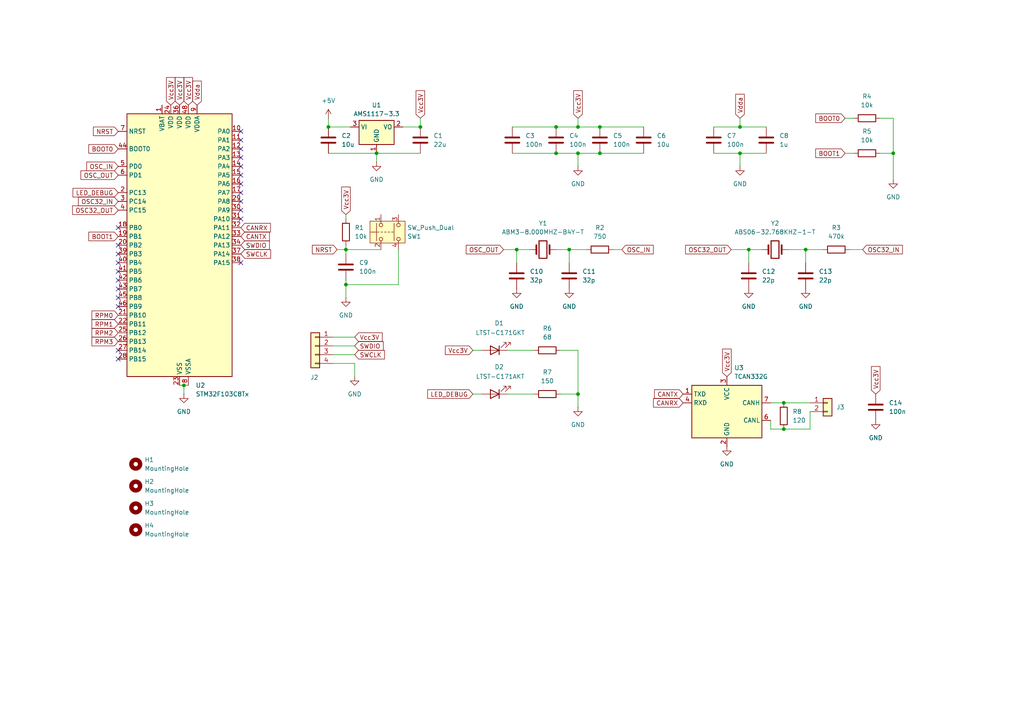
<source format=kicad_sch>
(kicad_sch
	(version 20250114)
	(generator "eeschema")
	(generator_version "9.0")
	(uuid "03d66fae-209e-43a8-9375-abc7de3e4cab")
	(paper "A4")
	(lib_symbols
		(symbol "Connector_Generic:Conn_01x02"
			(pin_names
				(offset 1.016)
				(hide yes)
			)
			(exclude_from_sim no)
			(in_bom yes)
			(on_board yes)
			(property "Reference" "J"
				(at 0 2.54 0)
				(effects
					(font
						(size 1.27 1.27)
					)
				)
			)
			(property "Value" "Conn_01x02"
				(at 0 -5.08 0)
				(effects
					(font
						(size 1.27 1.27)
					)
				)
			)
			(property "Footprint" ""
				(at 0 0 0)
				(effects
					(font
						(size 1.27 1.27)
					)
					(hide yes)
				)
			)
			(property "Datasheet" "~"
				(at 0 0 0)
				(effects
					(font
						(size 1.27 1.27)
					)
					(hide yes)
				)
			)
			(property "Description" "Generic connector, single row, 01x02, script generated (kicad-library-utils/schlib/autogen/connector/)"
				(at 0 0 0)
				(effects
					(font
						(size 1.27 1.27)
					)
					(hide yes)
				)
			)
			(property "ki_keywords" "connector"
				(at 0 0 0)
				(effects
					(font
						(size 1.27 1.27)
					)
					(hide yes)
				)
			)
			(property "ki_fp_filters" "Connector*:*_1x??_*"
				(at 0 0 0)
				(effects
					(font
						(size 1.27 1.27)
					)
					(hide yes)
				)
			)
			(symbol "Conn_01x02_1_1"
				(rectangle
					(start -1.27 1.27)
					(end 1.27 -3.81)
					(stroke
						(width 0.254)
						(type default)
					)
					(fill
						(type background)
					)
				)
				(rectangle
					(start -1.27 0.127)
					(end 0 -0.127)
					(stroke
						(width 0.1524)
						(type default)
					)
					(fill
						(type none)
					)
				)
				(rectangle
					(start -1.27 -2.413)
					(end 0 -2.667)
					(stroke
						(width 0.1524)
						(type default)
					)
					(fill
						(type none)
					)
				)
				(pin passive line
					(at -5.08 0 0)
					(length 3.81)
					(name "Pin_1"
						(effects
							(font
								(size 1.27 1.27)
							)
						)
					)
					(number "1"
						(effects
							(font
								(size 1.27 1.27)
							)
						)
					)
				)
				(pin passive line
					(at -5.08 -2.54 0)
					(length 3.81)
					(name "Pin_2"
						(effects
							(font
								(size 1.27 1.27)
							)
						)
					)
					(number "2"
						(effects
							(font
								(size 1.27 1.27)
							)
						)
					)
				)
			)
			(embedded_fonts no)
		)
		(symbol "Connector_Generic:Conn_01x04"
			(pin_names
				(offset 1.016)
				(hide yes)
			)
			(exclude_from_sim no)
			(in_bom yes)
			(on_board yes)
			(property "Reference" "J"
				(at 0 5.08 0)
				(effects
					(font
						(size 1.27 1.27)
					)
				)
			)
			(property "Value" "Conn_01x04"
				(at 0 -7.62 0)
				(effects
					(font
						(size 1.27 1.27)
					)
				)
			)
			(property "Footprint" ""
				(at 0 0 0)
				(effects
					(font
						(size 1.27 1.27)
					)
					(hide yes)
				)
			)
			(property "Datasheet" "~"
				(at 0 0 0)
				(effects
					(font
						(size 1.27 1.27)
					)
					(hide yes)
				)
			)
			(property "Description" "Generic connector, single row, 01x04, script generated (kicad-library-utils/schlib/autogen/connector/)"
				(at 0 0 0)
				(effects
					(font
						(size 1.27 1.27)
					)
					(hide yes)
				)
			)
			(property "ki_keywords" "connector"
				(at 0 0 0)
				(effects
					(font
						(size 1.27 1.27)
					)
					(hide yes)
				)
			)
			(property "ki_fp_filters" "Connector*:*_1x??_*"
				(at 0 0 0)
				(effects
					(font
						(size 1.27 1.27)
					)
					(hide yes)
				)
			)
			(symbol "Conn_01x04_1_1"
				(rectangle
					(start -1.27 3.81)
					(end 1.27 -6.35)
					(stroke
						(width 0.254)
						(type default)
					)
					(fill
						(type background)
					)
				)
				(rectangle
					(start -1.27 2.667)
					(end 0 2.413)
					(stroke
						(width 0.1524)
						(type default)
					)
					(fill
						(type none)
					)
				)
				(rectangle
					(start -1.27 0.127)
					(end 0 -0.127)
					(stroke
						(width 0.1524)
						(type default)
					)
					(fill
						(type none)
					)
				)
				(rectangle
					(start -1.27 -2.413)
					(end 0 -2.667)
					(stroke
						(width 0.1524)
						(type default)
					)
					(fill
						(type none)
					)
				)
				(rectangle
					(start -1.27 -4.953)
					(end 0 -5.207)
					(stroke
						(width 0.1524)
						(type default)
					)
					(fill
						(type none)
					)
				)
				(pin passive line
					(at -5.08 2.54 0)
					(length 3.81)
					(name "Pin_1"
						(effects
							(font
								(size 1.27 1.27)
							)
						)
					)
					(number "1"
						(effects
							(font
								(size 1.27 1.27)
							)
						)
					)
				)
				(pin passive line
					(at -5.08 0 0)
					(length 3.81)
					(name "Pin_2"
						(effects
							(font
								(size 1.27 1.27)
							)
						)
					)
					(number "2"
						(effects
							(font
								(size 1.27 1.27)
							)
						)
					)
				)
				(pin passive line
					(at -5.08 -2.54 0)
					(length 3.81)
					(name "Pin_3"
						(effects
							(font
								(size 1.27 1.27)
							)
						)
					)
					(number "3"
						(effects
							(font
								(size 1.27 1.27)
							)
						)
					)
				)
				(pin passive line
					(at -5.08 -5.08 0)
					(length 3.81)
					(name "Pin_4"
						(effects
							(font
								(size 1.27 1.27)
							)
						)
					)
					(number "4"
						(effects
							(font
								(size 1.27 1.27)
							)
						)
					)
				)
			)
			(embedded_fonts no)
		)
		(symbol "Device:C"
			(pin_numbers
				(hide yes)
			)
			(pin_names
				(offset 0.254)
			)
			(exclude_from_sim no)
			(in_bom yes)
			(on_board yes)
			(property "Reference" "C"
				(at 0.635 2.54 0)
				(effects
					(font
						(size 1.27 1.27)
					)
					(justify left)
				)
			)
			(property "Value" "C"
				(at 0.635 -2.54 0)
				(effects
					(font
						(size 1.27 1.27)
					)
					(justify left)
				)
			)
			(property "Footprint" ""
				(at 0.9652 -3.81 0)
				(effects
					(font
						(size 1.27 1.27)
					)
					(hide yes)
				)
			)
			(property "Datasheet" "~"
				(at 0 0 0)
				(effects
					(font
						(size 1.27 1.27)
					)
					(hide yes)
				)
			)
			(property "Description" "Unpolarized capacitor"
				(at 0 0 0)
				(effects
					(font
						(size 1.27 1.27)
					)
					(hide yes)
				)
			)
			(property "ki_keywords" "cap capacitor"
				(at 0 0 0)
				(effects
					(font
						(size 1.27 1.27)
					)
					(hide yes)
				)
			)
			(property "ki_fp_filters" "C_*"
				(at 0 0 0)
				(effects
					(font
						(size 1.27 1.27)
					)
					(hide yes)
				)
			)
			(symbol "C_0_1"
				(polyline
					(pts
						(xy -2.032 0.762) (xy 2.032 0.762)
					)
					(stroke
						(width 0.508)
						(type default)
					)
					(fill
						(type none)
					)
				)
				(polyline
					(pts
						(xy -2.032 -0.762) (xy 2.032 -0.762)
					)
					(stroke
						(width 0.508)
						(type default)
					)
					(fill
						(type none)
					)
				)
			)
			(symbol "C_1_1"
				(pin passive line
					(at 0 3.81 270)
					(length 2.794)
					(name "~"
						(effects
							(font
								(size 1.27 1.27)
							)
						)
					)
					(number "1"
						(effects
							(font
								(size 1.27 1.27)
							)
						)
					)
				)
				(pin passive line
					(at 0 -3.81 90)
					(length 2.794)
					(name "~"
						(effects
							(font
								(size 1.27 1.27)
							)
						)
					)
					(number "2"
						(effects
							(font
								(size 1.27 1.27)
							)
						)
					)
				)
			)
			(embedded_fonts no)
		)
		(symbol "Device:Crystal"
			(pin_numbers
				(hide yes)
			)
			(pin_names
				(offset 1.016)
				(hide yes)
			)
			(exclude_from_sim no)
			(in_bom yes)
			(on_board yes)
			(property "Reference" "Y"
				(at 0 3.81 0)
				(effects
					(font
						(size 1.27 1.27)
					)
				)
			)
			(property "Value" "Crystal"
				(at 0 -3.81 0)
				(effects
					(font
						(size 1.27 1.27)
					)
				)
			)
			(property "Footprint" ""
				(at 0 0 0)
				(effects
					(font
						(size 1.27 1.27)
					)
					(hide yes)
				)
			)
			(property "Datasheet" "~"
				(at 0 0 0)
				(effects
					(font
						(size 1.27 1.27)
					)
					(hide yes)
				)
			)
			(property "Description" "Two pin crystal"
				(at 0 0 0)
				(effects
					(font
						(size 1.27 1.27)
					)
					(hide yes)
				)
			)
			(property "ki_keywords" "quartz ceramic resonator oscillator"
				(at 0 0 0)
				(effects
					(font
						(size 1.27 1.27)
					)
					(hide yes)
				)
			)
			(property "ki_fp_filters" "Crystal*"
				(at 0 0 0)
				(effects
					(font
						(size 1.27 1.27)
					)
					(hide yes)
				)
			)
			(symbol "Crystal_0_1"
				(polyline
					(pts
						(xy -2.54 0) (xy -1.905 0)
					)
					(stroke
						(width 0)
						(type default)
					)
					(fill
						(type none)
					)
				)
				(polyline
					(pts
						(xy -1.905 -1.27) (xy -1.905 1.27)
					)
					(stroke
						(width 0.508)
						(type default)
					)
					(fill
						(type none)
					)
				)
				(rectangle
					(start -1.143 2.54)
					(end 1.143 -2.54)
					(stroke
						(width 0.3048)
						(type default)
					)
					(fill
						(type none)
					)
				)
				(polyline
					(pts
						(xy 1.905 -1.27) (xy 1.905 1.27)
					)
					(stroke
						(width 0.508)
						(type default)
					)
					(fill
						(type none)
					)
				)
				(polyline
					(pts
						(xy 2.54 0) (xy 1.905 0)
					)
					(stroke
						(width 0)
						(type default)
					)
					(fill
						(type none)
					)
				)
			)
			(symbol "Crystal_1_1"
				(pin passive line
					(at -3.81 0 0)
					(length 1.27)
					(name "1"
						(effects
							(font
								(size 1.27 1.27)
							)
						)
					)
					(number "1"
						(effects
							(font
								(size 1.27 1.27)
							)
						)
					)
				)
				(pin passive line
					(at 3.81 0 180)
					(length 1.27)
					(name "2"
						(effects
							(font
								(size 1.27 1.27)
							)
						)
					)
					(number "2"
						(effects
							(font
								(size 1.27 1.27)
							)
						)
					)
				)
			)
			(embedded_fonts no)
		)
		(symbol "Device:LED"
			(pin_numbers
				(hide yes)
			)
			(pin_names
				(offset 1.016)
				(hide yes)
			)
			(exclude_from_sim no)
			(in_bom yes)
			(on_board yes)
			(property "Reference" "D"
				(at 0 2.54 0)
				(effects
					(font
						(size 1.27 1.27)
					)
				)
			)
			(property "Value" "LED"
				(at 0 -2.54 0)
				(effects
					(font
						(size 1.27 1.27)
					)
				)
			)
			(property "Footprint" ""
				(at 0 0 0)
				(effects
					(font
						(size 1.27 1.27)
					)
					(hide yes)
				)
			)
			(property "Datasheet" "~"
				(at 0 0 0)
				(effects
					(font
						(size 1.27 1.27)
					)
					(hide yes)
				)
			)
			(property "Description" "Light emitting diode"
				(at 0 0 0)
				(effects
					(font
						(size 1.27 1.27)
					)
					(hide yes)
				)
			)
			(property "Sim.Pins" "1=K 2=A"
				(at 0 0 0)
				(effects
					(font
						(size 1.27 1.27)
					)
					(hide yes)
				)
			)
			(property "ki_keywords" "LED diode"
				(at 0 0 0)
				(effects
					(font
						(size 1.27 1.27)
					)
					(hide yes)
				)
			)
			(property "ki_fp_filters" "LED* LED_SMD:* LED_THT:*"
				(at 0 0 0)
				(effects
					(font
						(size 1.27 1.27)
					)
					(hide yes)
				)
			)
			(symbol "LED_0_1"
				(polyline
					(pts
						(xy -3.048 -0.762) (xy -4.572 -2.286) (xy -3.81 -2.286) (xy -4.572 -2.286) (xy -4.572 -1.524)
					)
					(stroke
						(width 0)
						(type default)
					)
					(fill
						(type none)
					)
				)
				(polyline
					(pts
						(xy -1.778 -0.762) (xy -3.302 -2.286) (xy -2.54 -2.286) (xy -3.302 -2.286) (xy -3.302 -1.524)
					)
					(stroke
						(width 0)
						(type default)
					)
					(fill
						(type none)
					)
				)
				(polyline
					(pts
						(xy -1.27 0) (xy 1.27 0)
					)
					(stroke
						(width 0)
						(type default)
					)
					(fill
						(type none)
					)
				)
				(polyline
					(pts
						(xy -1.27 -1.27) (xy -1.27 1.27)
					)
					(stroke
						(width 0.254)
						(type default)
					)
					(fill
						(type none)
					)
				)
				(polyline
					(pts
						(xy 1.27 -1.27) (xy 1.27 1.27) (xy -1.27 0) (xy 1.27 -1.27)
					)
					(stroke
						(width 0.254)
						(type default)
					)
					(fill
						(type none)
					)
				)
			)
			(symbol "LED_1_1"
				(pin passive line
					(at -3.81 0 0)
					(length 2.54)
					(name "K"
						(effects
							(font
								(size 1.27 1.27)
							)
						)
					)
					(number "1"
						(effects
							(font
								(size 1.27 1.27)
							)
						)
					)
				)
				(pin passive line
					(at 3.81 0 180)
					(length 2.54)
					(name "A"
						(effects
							(font
								(size 1.27 1.27)
							)
						)
					)
					(number "2"
						(effects
							(font
								(size 1.27 1.27)
							)
						)
					)
				)
			)
			(embedded_fonts no)
		)
		(symbol "Device:R"
			(pin_numbers
				(hide yes)
			)
			(pin_names
				(offset 0)
			)
			(exclude_from_sim no)
			(in_bom yes)
			(on_board yes)
			(property "Reference" "R"
				(at 2.032 0 90)
				(effects
					(font
						(size 1.27 1.27)
					)
				)
			)
			(property "Value" "R"
				(at 0 0 90)
				(effects
					(font
						(size 1.27 1.27)
					)
				)
			)
			(property "Footprint" ""
				(at -1.778 0 90)
				(effects
					(font
						(size 1.27 1.27)
					)
					(hide yes)
				)
			)
			(property "Datasheet" "~"
				(at 0 0 0)
				(effects
					(font
						(size 1.27 1.27)
					)
					(hide yes)
				)
			)
			(property "Description" "Resistor"
				(at 0 0 0)
				(effects
					(font
						(size 1.27 1.27)
					)
					(hide yes)
				)
			)
			(property "ki_keywords" "R res resistor"
				(at 0 0 0)
				(effects
					(font
						(size 1.27 1.27)
					)
					(hide yes)
				)
			)
			(property "ki_fp_filters" "R_*"
				(at 0 0 0)
				(effects
					(font
						(size 1.27 1.27)
					)
					(hide yes)
				)
			)
			(symbol "R_0_1"
				(rectangle
					(start -1.016 -2.54)
					(end 1.016 2.54)
					(stroke
						(width 0.254)
						(type default)
					)
					(fill
						(type none)
					)
				)
			)
			(symbol "R_1_1"
				(pin passive line
					(at 0 3.81 270)
					(length 1.27)
					(name "~"
						(effects
							(font
								(size 1.27 1.27)
							)
						)
					)
					(number "1"
						(effects
							(font
								(size 1.27 1.27)
							)
						)
					)
				)
				(pin passive line
					(at 0 -3.81 90)
					(length 1.27)
					(name "~"
						(effects
							(font
								(size 1.27 1.27)
							)
						)
					)
					(number "2"
						(effects
							(font
								(size 1.27 1.27)
							)
						)
					)
				)
			)
			(embedded_fonts no)
		)
		(symbol "Interface_CAN_LIN:TCAN332G"
			(exclude_from_sim no)
			(in_bom yes)
			(on_board yes)
			(property "Reference" "U"
				(at -10.16 8.89 0)
				(effects
					(font
						(size 1.27 1.27)
					)
					(justify left)
				)
			)
			(property "Value" "TCAN332G"
				(at 2.54 8.89 0)
				(effects
					(font
						(size 1.27 1.27)
					)
					(justify left)
				)
			)
			(property "Footprint" ""
				(at 0 -12.7 0)
				(effects
					(font
						(size 1.27 1.27)
						(italic yes)
					)
					(hide yes)
				)
			)
			(property "Datasheet" "http://www.ti.com/lit/ds/symlink/tcan337.pdf"
				(at 0 0 0)
				(effects
					(font
						(size 1.27 1.27)
					)
					(hide yes)
				)
			)
			(property "Description" "High-Speed CAN Transceiver with CAN FD, 5Mbps, 3.3V supply, SOT-23-8/SOIC-8"
				(at 0 0 0)
				(effects
					(font
						(size 1.27 1.27)
					)
					(hide yes)
				)
			)
			(property "ki_keywords" "High-Speed CAN Transceiver"
				(at 0 0 0)
				(effects
					(font
						(size 1.27 1.27)
					)
					(hide yes)
				)
			)
			(property "ki_fp_filters" "*TSOT?23* *SOIC*3.9x4.9mm*P1.27mm*"
				(at 0 0 0)
				(effects
					(font
						(size 1.27 1.27)
					)
					(hide yes)
				)
			)
			(symbol "TCAN332G_0_1"
				(rectangle
					(start -10.16 7.62)
					(end 10.16 -7.62)
					(stroke
						(width 0.254)
						(type default)
					)
					(fill
						(type background)
					)
				)
			)
			(symbol "TCAN332G_1_1"
				(pin input line
					(at -12.7 5.08 0)
					(length 2.54)
					(name "TXD"
						(effects
							(font
								(size 1.27 1.27)
							)
						)
					)
					(number "1"
						(effects
							(font
								(size 1.27 1.27)
							)
						)
					)
				)
				(pin tri_state line
					(at -12.7 2.54 0)
					(length 2.54)
					(name "RXD"
						(effects
							(font
								(size 1.27 1.27)
							)
						)
					)
					(number "4"
						(effects
							(font
								(size 1.27 1.27)
							)
						)
					)
				)
				(pin no_connect line
					(at -10.16 -2.54 0)
					(length 2.54)
					(hide yes)
					(name "NC"
						(effects
							(font
								(size 1.27 1.27)
							)
						)
					)
					(number "5"
						(effects
							(font
								(size 1.27 1.27)
							)
						)
					)
				)
				(pin no_connect line
					(at -10.16 -5.08 0)
					(length 2.54)
					(hide yes)
					(name "NC"
						(effects
							(font
								(size 1.27 1.27)
							)
						)
					)
					(number "8"
						(effects
							(font
								(size 1.27 1.27)
							)
						)
					)
				)
				(pin power_in line
					(at 0 10.16 270)
					(length 2.54)
					(name "VCC"
						(effects
							(font
								(size 1.27 1.27)
							)
						)
					)
					(number "3"
						(effects
							(font
								(size 1.27 1.27)
							)
						)
					)
				)
				(pin power_in line
					(at 0 -10.16 90)
					(length 2.54)
					(name "GND"
						(effects
							(font
								(size 1.27 1.27)
							)
						)
					)
					(number "2"
						(effects
							(font
								(size 1.27 1.27)
							)
						)
					)
				)
				(pin bidirectional line
					(at 12.7 2.54 180)
					(length 2.54)
					(name "CANH"
						(effects
							(font
								(size 1.27 1.27)
							)
						)
					)
					(number "7"
						(effects
							(font
								(size 1.27 1.27)
							)
						)
					)
				)
				(pin bidirectional line
					(at 12.7 -2.54 180)
					(length 2.54)
					(name "CANL"
						(effects
							(font
								(size 1.27 1.27)
							)
						)
					)
					(number "6"
						(effects
							(font
								(size 1.27 1.27)
							)
						)
					)
				)
			)
			(embedded_fonts no)
		)
		(symbol "MCU_ST_STM32F1:STM32F103C8Tx"
			(exclude_from_sim no)
			(in_bom yes)
			(on_board yes)
			(property "Reference" "U"
				(at -15.24 39.37 0)
				(effects
					(font
						(size 1.27 1.27)
					)
					(justify left)
				)
			)
			(property "Value" "STM32F103C8Tx"
				(at 7.62 39.37 0)
				(effects
					(font
						(size 1.27 1.27)
					)
					(justify left)
				)
			)
			(property "Footprint" "Package_QFP:LQFP-48_7x7mm_P0.5mm"
				(at -15.24 -38.1 0)
				(effects
					(font
						(size 1.27 1.27)
					)
					(justify right)
					(hide yes)
				)
			)
			(property "Datasheet" "https://www.st.com/resource/en/datasheet/stm32f103c8.pdf"
				(at 0 0 0)
				(effects
					(font
						(size 1.27 1.27)
					)
					(hide yes)
				)
			)
			(property "Description" "STMicroelectronics Arm Cortex-M3 MCU, 64KB flash, 20KB RAM, 72 MHz, 2.0-3.6V, 37 GPIO, LQFP48"
				(at 0 0 0)
				(effects
					(font
						(size 1.27 1.27)
					)
					(hide yes)
				)
			)
			(property "ki_keywords" "Arm Cortex-M3 STM32F1 STM32F103"
				(at 0 0 0)
				(effects
					(font
						(size 1.27 1.27)
					)
					(hide yes)
				)
			)
			(property "ki_fp_filters" "LQFP*7x7mm*P0.5mm*"
				(at 0 0 0)
				(effects
					(font
						(size 1.27 1.27)
					)
					(hide yes)
				)
			)
			(symbol "STM32F103C8Tx_0_1"
				(rectangle
					(start -15.24 -38.1)
					(end 15.24 38.1)
					(stroke
						(width 0.254)
						(type default)
					)
					(fill
						(type background)
					)
				)
			)
			(symbol "STM32F103C8Tx_1_1"
				(pin input line
					(at -17.78 33.02 0)
					(length 2.54)
					(name "NRST"
						(effects
							(font
								(size 1.27 1.27)
							)
						)
					)
					(number "7"
						(effects
							(font
								(size 1.27 1.27)
							)
						)
					)
				)
				(pin input line
					(at -17.78 27.94 0)
					(length 2.54)
					(name "BOOT0"
						(effects
							(font
								(size 1.27 1.27)
							)
						)
					)
					(number "44"
						(effects
							(font
								(size 1.27 1.27)
							)
						)
					)
				)
				(pin bidirectional line
					(at -17.78 22.86 0)
					(length 2.54)
					(name "PD0"
						(effects
							(font
								(size 1.27 1.27)
							)
						)
					)
					(number "5"
						(effects
							(font
								(size 1.27 1.27)
							)
						)
					)
					(alternate "RCC_OSC_IN" bidirectional line)
				)
				(pin bidirectional line
					(at -17.78 20.32 0)
					(length 2.54)
					(name "PD1"
						(effects
							(font
								(size 1.27 1.27)
							)
						)
					)
					(number "6"
						(effects
							(font
								(size 1.27 1.27)
							)
						)
					)
					(alternate "RCC_OSC_OUT" bidirectional line)
				)
				(pin bidirectional line
					(at -17.78 15.24 0)
					(length 2.54)
					(name "PC13"
						(effects
							(font
								(size 1.27 1.27)
							)
						)
					)
					(number "2"
						(effects
							(font
								(size 1.27 1.27)
							)
						)
					)
					(alternate "RTC_OUT" bidirectional line)
					(alternate "RTC_TAMPER" bidirectional line)
				)
				(pin bidirectional line
					(at -17.78 12.7 0)
					(length 2.54)
					(name "PC14"
						(effects
							(font
								(size 1.27 1.27)
							)
						)
					)
					(number "3"
						(effects
							(font
								(size 1.27 1.27)
							)
						)
					)
					(alternate "RCC_OSC32_IN" bidirectional line)
				)
				(pin bidirectional line
					(at -17.78 10.16 0)
					(length 2.54)
					(name "PC15"
						(effects
							(font
								(size 1.27 1.27)
							)
						)
					)
					(number "4"
						(effects
							(font
								(size 1.27 1.27)
							)
						)
					)
					(alternate "ADC1_EXTI15" bidirectional line)
					(alternate "ADC2_EXTI15" bidirectional line)
					(alternate "RCC_OSC32_OUT" bidirectional line)
				)
				(pin bidirectional line
					(at -17.78 5.08 0)
					(length 2.54)
					(name "PB0"
						(effects
							(font
								(size 1.27 1.27)
							)
						)
					)
					(number "18"
						(effects
							(font
								(size 1.27 1.27)
							)
						)
					)
					(alternate "ADC1_IN8" bidirectional line)
					(alternate "ADC2_IN8" bidirectional line)
					(alternate "TIM1_CH2N" bidirectional line)
					(alternate "TIM3_CH3" bidirectional line)
				)
				(pin bidirectional line
					(at -17.78 2.54 0)
					(length 2.54)
					(name "PB1"
						(effects
							(font
								(size 1.27 1.27)
							)
						)
					)
					(number "19"
						(effects
							(font
								(size 1.27 1.27)
							)
						)
					)
					(alternate "ADC1_IN9" bidirectional line)
					(alternate "ADC2_IN9" bidirectional line)
					(alternate "TIM1_CH3N" bidirectional line)
					(alternate "TIM3_CH4" bidirectional line)
				)
				(pin bidirectional line
					(at -17.78 0 0)
					(length 2.54)
					(name "PB2"
						(effects
							(font
								(size 1.27 1.27)
							)
						)
					)
					(number "20"
						(effects
							(font
								(size 1.27 1.27)
							)
						)
					)
				)
				(pin bidirectional line
					(at -17.78 -2.54 0)
					(length 2.54)
					(name "PB3"
						(effects
							(font
								(size 1.27 1.27)
							)
						)
					)
					(number "39"
						(effects
							(font
								(size 1.27 1.27)
							)
						)
					)
					(alternate "SPI1_SCK" bidirectional line)
					(alternate "SYS_JTDO-TRACESWO" bidirectional line)
					(alternate "TIM2_CH2" bidirectional line)
				)
				(pin bidirectional line
					(at -17.78 -5.08 0)
					(length 2.54)
					(name "PB4"
						(effects
							(font
								(size 1.27 1.27)
							)
						)
					)
					(number "40"
						(effects
							(font
								(size 1.27 1.27)
							)
						)
					)
					(alternate "SPI1_MISO" bidirectional line)
					(alternate "SYS_NJTRST" bidirectional line)
					(alternate "TIM3_CH1" bidirectional line)
				)
				(pin bidirectional line
					(at -17.78 -7.62 0)
					(length 2.54)
					(name "PB5"
						(effects
							(font
								(size 1.27 1.27)
							)
						)
					)
					(number "41"
						(effects
							(font
								(size 1.27 1.27)
							)
						)
					)
					(alternate "I2C1_SMBA" bidirectional line)
					(alternate "SPI1_MOSI" bidirectional line)
					(alternate "TIM3_CH2" bidirectional line)
				)
				(pin bidirectional line
					(at -17.78 -10.16 0)
					(length 2.54)
					(name "PB6"
						(effects
							(font
								(size 1.27 1.27)
							)
						)
					)
					(number "42"
						(effects
							(font
								(size 1.27 1.27)
							)
						)
					)
					(alternate "I2C1_SCL" bidirectional line)
					(alternate "TIM4_CH1" bidirectional line)
					(alternate "USART1_TX" bidirectional line)
				)
				(pin bidirectional line
					(at -17.78 -12.7 0)
					(length 2.54)
					(name "PB7"
						(effects
							(font
								(size 1.27 1.27)
							)
						)
					)
					(number "43"
						(effects
							(font
								(size 1.27 1.27)
							)
						)
					)
					(alternate "I2C1_SDA" bidirectional line)
					(alternate "TIM4_CH2" bidirectional line)
					(alternate "USART1_RX" bidirectional line)
				)
				(pin bidirectional line
					(at -17.78 -15.24 0)
					(length 2.54)
					(name "PB8"
						(effects
							(font
								(size 1.27 1.27)
							)
						)
					)
					(number "45"
						(effects
							(font
								(size 1.27 1.27)
							)
						)
					)
					(alternate "CAN_RX" bidirectional line)
					(alternate "I2C1_SCL" bidirectional line)
					(alternate "TIM4_CH3" bidirectional line)
				)
				(pin bidirectional line
					(at -17.78 -17.78 0)
					(length 2.54)
					(name "PB9"
						(effects
							(font
								(size 1.27 1.27)
							)
						)
					)
					(number "46"
						(effects
							(font
								(size 1.27 1.27)
							)
						)
					)
					(alternate "CAN_TX" bidirectional line)
					(alternate "I2C1_SDA" bidirectional line)
					(alternate "TIM4_CH4" bidirectional line)
				)
				(pin bidirectional line
					(at -17.78 -20.32 0)
					(length 2.54)
					(name "PB10"
						(effects
							(font
								(size 1.27 1.27)
							)
						)
					)
					(number "21"
						(effects
							(font
								(size 1.27 1.27)
							)
						)
					)
					(alternate "I2C2_SCL" bidirectional line)
					(alternate "TIM2_CH3" bidirectional line)
					(alternate "USART3_TX" bidirectional line)
				)
				(pin bidirectional line
					(at -17.78 -22.86 0)
					(length 2.54)
					(name "PB11"
						(effects
							(font
								(size 1.27 1.27)
							)
						)
					)
					(number "22"
						(effects
							(font
								(size 1.27 1.27)
							)
						)
					)
					(alternate "ADC1_EXTI11" bidirectional line)
					(alternate "ADC2_EXTI11" bidirectional line)
					(alternate "I2C2_SDA" bidirectional line)
					(alternate "TIM2_CH4" bidirectional line)
					(alternate "USART3_RX" bidirectional line)
				)
				(pin bidirectional line
					(at -17.78 -25.4 0)
					(length 2.54)
					(name "PB12"
						(effects
							(font
								(size 1.27 1.27)
							)
						)
					)
					(number "25"
						(effects
							(font
								(size 1.27 1.27)
							)
						)
					)
					(alternate "I2C2_SMBA" bidirectional line)
					(alternate "SPI2_NSS" bidirectional line)
					(alternate "TIM1_BKIN" bidirectional line)
					(alternate "USART3_CK" bidirectional line)
				)
				(pin bidirectional line
					(at -17.78 -27.94 0)
					(length 2.54)
					(name "PB13"
						(effects
							(font
								(size 1.27 1.27)
							)
						)
					)
					(number "26"
						(effects
							(font
								(size 1.27 1.27)
							)
						)
					)
					(alternate "SPI2_SCK" bidirectional line)
					(alternate "TIM1_CH1N" bidirectional line)
					(alternate "USART3_CTS" bidirectional line)
				)
				(pin bidirectional line
					(at -17.78 -30.48 0)
					(length 2.54)
					(name "PB14"
						(effects
							(font
								(size 1.27 1.27)
							)
						)
					)
					(number "27"
						(effects
							(font
								(size 1.27 1.27)
							)
						)
					)
					(alternate "SPI2_MISO" bidirectional line)
					(alternate "TIM1_CH2N" bidirectional line)
					(alternate "USART3_RTS" bidirectional line)
				)
				(pin bidirectional line
					(at -17.78 -33.02 0)
					(length 2.54)
					(name "PB15"
						(effects
							(font
								(size 1.27 1.27)
							)
						)
					)
					(number "28"
						(effects
							(font
								(size 1.27 1.27)
							)
						)
					)
					(alternate "ADC1_EXTI15" bidirectional line)
					(alternate "ADC2_EXTI15" bidirectional line)
					(alternate "SPI2_MOSI" bidirectional line)
					(alternate "TIM1_CH3N" bidirectional line)
				)
				(pin power_in line
					(at -5.08 40.64 270)
					(length 2.54)
					(name "VBAT"
						(effects
							(font
								(size 1.27 1.27)
							)
						)
					)
					(number "1"
						(effects
							(font
								(size 1.27 1.27)
							)
						)
					)
				)
				(pin power_in line
					(at -2.54 40.64 270)
					(length 2.54)
					(name "VDD"
						(effects
							(font
								(size 1.27 1.27)
							)
						)
					)
					(number "24"
						(effects
							(font
								(size 1.27 1.27)
							)
						)
					)
				)
				(pin power_in line
					(at 0 40.64 270)
					(length 2.54)
					(name "VDD"
						(effects
							(font
								(size 1.27 1.27)
							)
						)
					)
					(number "36"
						(effects
							(font
								(size 1.27 1.27)
							)
						)
					)
				)
				(pin power_in line
					(at 0 -40.64 90)
					(length 2.54)
					(name "VSS"
						(effects
							(font
								(size 1.27 1.27)
							)
						)
					)
					(number "23"
						(effects
							(font
								(size 1.27 1.27)
							)
						)
					)
				)
				(pin passive line
					(at 0 -40.64 90)
					(length 2.54)
					(hide yes)
					(name "VSS"
						(effects
							(font
								(size 1.27 1.27)
							)
						)
					)
					(number "35"
						(effects
							(font
								(size 1.27 1.27)
							)
						)
					)
				)
				(pin passive line
					(at 0 -40.64 90)
					(length 2.54)
					(hide yes)
					(name "VSS"
						(effects
							(font
								(size 1.27 1.27)
							)
						)
					)
					(number "47"
						(effects
							(font
								(size 1.27 1.27)
							)
						)
					)
				)
				(pin power_in line
					(at 2.54 40.64 270)
					(length 2.54)
					(name "VDD"
						(effects
							(font
								(size 1.27 1.27)
							)
						)
					)
					(number "48"
						(effects
							(font
								(size 1.27 1.27)
							)
						)
					)
				)
				(pin power_in line
					(at 2.54 -40.64 90)
					(length 2.54)
					(name "VSSA"
						(effects
							(font
								(size 1.27 1.27)
							)
						)
					)
					(number "8"
						(effects
							(font
								(size 1.27 1.27)
							)
						)
					)
				)
				(pin power_in line
					(at 5.08 40.64 270)
					(length 2.54)
					(name "VDDA"
						(effects
							(font
								(size 1.27 1.27)
							)
						)
					)
					(number "9"
						(effects
							(font
								(size 1.27 1.27)
							)
						)
					)
				)
				(pin bidirectional line
					(at 17.78 33.02 180)
					(length 2.54)
					(name "PA0"
						(effects
							(font
								(size 1.27 1.27)
							)
						)
					)
					(number "10"
						(effects
							(font
								(size 1.27 1.27)
							)
						)
					)
					(alternate "ADC1_IN0" bidirectional line)
					(alternate "ADC2_IN0" bidirectional line)
					(alternate "SYS_WKUP" bidirectional line)
					(alternate "TIM2_CH1" bidirectional line)
					(alternate "TIM2_ETR" bidirectional line)
					(alternate "USART2_CTS" bidirectional line)
				)
				(pin bidirectional line
					(at 17.78 30.48 180)
					(length 2.54)
					(name "PA1"
						(effects
							(font
								(size 1.27 1.27)
							)
						)
					)
					(number "11"
						(effects
							(font
								(size 1.27 1.27)
							)
						)
					)
					(alternate "ADC1_IN1" bidirectional line)
					(alternate "ADC2_IN1" bidirectional line)
					(alternate "TIM2_CH2" bidirectional line)
					(alternate "USART2_RTS" bidirectional line)
				)
				(pin bidirectional line
					(at 17.78 27.94 180)
					(length 2.54)
					(name "PA2"
						(effects
							(font
								(size 1.27 1.27)
							)
						)
					)
					(number "12"
						(effects
							(font
								(size 1.27 1.27)
							)
						)
					)
					(alternate "ADC1_IN2" bidirectional line)
					(alternate "ADC2_IN2" bidirectional line)
					(alternate "TIM2_CH3" bidirectional line)
					(alternate "USART2_TX" bidirectional line)
				)
				(pin bidirectional line
					(at 17.78 25.4 180)
					(length 2.54)
					(name "PA3"
						(effects
							(font
								(size 1.27 1.27)
							)
						)
					)
					(number "13"
						(effects
							(font
								(size 1.27 1.27)
							)
						)
					)
					(alternate "ADC1_IN3" bidirectional line)
					(alternate "ADC2_IN3" bidirectional line)
					(alternate "TIM2_CH4" bidirectional line)
					(alternate "USART2_RX" bidirectional line)
				)
				(pin bidirectional line
					(at 17.78 22.86 180)
					(length 2.54)
					(name "PA4"
						(effects
							(font
								(size 1.27 1.27)
							)
						)
					)
					(number "14"
						(effects
							(font
								(size 1.27 1.27)
							)
						)
					)
					(alternate "ADC1_IN4" bidirectional line)
					(alternate "ADC2_IN4" bidirectional line)
					(alternate "SPI1_NSS" bidirectional line)
					(alternate "USART2_CK" bidirectional line)
				)
				(pin bidirectional line
					(at 17.78 20.32 180)
					(length 2.54)
					(name "PA5"
						(effects
							(font
								(size 1.27 1.27)
							)
						)
					)
					(number "15"
						(effects
							(font
								(size 1.27 1.27)
							)
						)
					)
					(alternate "ADC1_IN5" bidirectional line)
					(alternate "ADC2_IN5" bidirectional line)
					(alternate "SPI1_SCK" bidirectional line)
				)
				(pin bidirectional line
					(at 17.78 17.78 180)
					(length 2.54)
					(name "PA6"
						(effects
							(font
								(size 1.27 1.27)
							)
						)
					)
					(number "16"
						(effects
							(font
								(size 1.27 1.27)
							)
						)
					)
					(alternate "ADC1_IN6" bidirectional line)
					(alternate "ADC2_IN6" bidirectional line)
					(alternate "SPI1_MISO" bidirectional line)
					(alternate "TIM1_BKIN" bidirectional line)
					(alternate "TIM3_CH1" bidirectional line)
				)
				(pin bidirectional line
					(at 17.78 15.24 180)
					(length 2.54)
					(name "PA7"
						(effects
							(font
								(size 1.27 1.27)
							)
						)
					)
					(number "17"
						(effects
							(font
								(size 1.27 1.27)
							)
						)
					)
					(alternate "ADC1_IN7" bidirectional line)
					(alternate "ADC2_IN7" bidirectional line)
					(alternate "SPI1_MOSI" bidirectional line)
					(alternate "TIM1_CH1N" bidirectional line)
					(alternate "TIM3_CH2" bidirectional line)
				)
				(pin bidirectional line
					(at 17.78 12.7 180)
					(length 2.54)
					(name "PA8"
						(effects
							(font
								(size 1.27 1.27)
							)
						)
					)
					(number "29"
						(effects
							(font
								(size 1.27 1.27)
							)
						)
					)
					(alternate "RCC_MCO" bidirectional line)
					(alternate "TIM1_CH1" bidirectional line)
					(alternate "USART1_CK" bidirectional line)
				)
				(pin bidirectional line
					(at 17.78 10.16 180)
					(length 2.54)
					(name "PA9"
						(effects
							(font
								(size 1.27 1.27)
							)
						)
					)
					(number "30"
						(effects
							(font
								(size 1.27 1.27)
							)
						)
					)
					(alternate "TIM1_CH2" bidirectional line)
					(alternate "USART1_TX" bidirectional line)
				)
				(pin bidirectional line
					(at 17.78 7.62 180)
					(length 2.54)
					(name "PA10"
						(effects
							(font
								(size 1.27 1.27)
							)
						)
					)
					(number "31"
						(effects
							(font
								(size 1.27 1.27)
							)
						)
					)
					(alternate "TIM1_CH3" bidirectional line)
					(alternate "USART1_RX" bidirectional line)
				)
				(pin bidirectional line
					(at 17.78 5.08 180)
					(length 2.54)
					(name "PA11"
						(effects
							(font
								(size 1.27 1.27)
							)
						)
					)
					(number "32"
						(effects
							(font
								(size 1.27 1.27)
							)
						)
					)
					(alternate "ADC1_EXTI11" bidirectional line)
					(alternate "ADC2_EXTI11" bidirectional line)
					(alternate "CAN_RX" bidirectional line)
					(alternate "TIM1_CH4" bidirectional line)
					(alternate "USART1_CTS" bidirectional line)
					(alternate "USB_DM" bidirectional line)
				)
				(pin bidirectional line
					(at 17.78 2.54 180)
					(length 2.54)
					(name "PA12"
						(effects
							(font
								(size 1.27 1.27)
							)
						)
					)
					(number "33"
						(effects
							(font
								(size 1.27 1.27)
							)
						)
					)
					(alternate "CAN_TX" bidirectional line)
					(alternate "TIM1_ETR" bidirectional line)
					(alternate "USART1_RTS" bidirectional line)
					(alternate "USB_DP" bidirectional line)
				)
				(pin bidirectional line
					(at 17.78 0 180)
					(length 2.54)
					(name "PA13"
						(effects
							(font
								(size 1.27 1.27)
							)
						)
					)
					(number "34"
						(effects
							(font
								(size 1.27 1.27)
							)
						)
					)
					(alternate "SYS_JTMS-SWDIO" bidirectional line)
				)
				(pin bidirectional line
					(at 17.78 -2.54 180)
					(length 2.54)
					(name "PA14"
						(effects
							(font
								(size 1.27 1.27)
							)
						)
					)
					(number "37"
						(effects
							(font
								(size 1.27 1.27)
							)
						)
					)
					(alternate "SYS_JTCK-SWCLK" bidirectional line)
				)
				(pin bidirectional line
					(at 17.78 -5.08 180)
					(length 2.54)
					(name "PA15"
						(effects
							(font
								(size 1.27 1.27)
							)
						)
					)
					(number "38"
						(effects
							(font
								(size 1.27 1.27)
							)
						)
					)
					(alternate "ADC1_EXTI15" bidirectional line)
					(alternate "ADC2_EXTI15" bidirectional line)
					(alternate "SPI1_NSS" bidirectional line)
					(alternate "SYS_JTDI" bidirectional line)
					(alternate "TIM2_CH1" bidirectional line)
					(alternate "TIM2_ETR" bidirectional line)
				)
			)
			(embedded_fonts no)
		)
		(symbol "Mechanical:MountingHole"
			(pin_names
				(offset 1.016)
			)
			(exclude_from_sim yes)
			(in_bom no)
			(on_board yes)
			(property "Reference" "H"
				(at 0 5.08 0)
				(effects
					(font
						(size 1.27 1.27)
					)
				)
			)
			(property "Value" "MountingHole"
				(at 0 3.175 0)
				(effects
					(font
						(size 1.27 1.27)
					)
				)
			)
			(property "Footprint" ""
				(at 0 0 0)
				(effects
					(font
						(size 1.27 1.27)
					)
					(hide yes)
				)
			)
			(property "Datasheet" "~"
				(at 0 0 0)
				(effects
					(font
						(size 1.27 1.27)
					)
					(hide yes)
				)
			)
			(property "Description" "Mounting Hole without connection"
				(at 0 0 0)
				(effects
					(font
						(size 1.27 1.27)
					)
					(hide yes)
				)
			)
			(property "ki_keywords" "mounting hole"
				(at 0 0 0)
				(effects
					(font
						(size 1.27 1.27)
					)
					(hide yes)
				)
			)
			(property "ki_fp_filters" "MountingHole*"
				(at 0 0 0)
				(effects
					(font
						(size 1.27 1.27)
					)
					(hide yes)
				)
			)
			(symbol "MountingHole_0_1"
				(circle
					(center 0 0)
					(radius 1.27)
					(stroke
						(width 1.27)
						(type default)
					)
					(fill
						(type none)
					)
				)
			)
			(embedded_fonts no)
		)
		(symbol "Regulator_Linear:AMS1117-3.3"
			(exclude_from_sim no)
			(in_bom yes)
			(on_board yes)
			(property "Reference" "U"
				(at -3.81 3.175 0)
				(effects
					(font
						(size 1.27 1.27)
					)
				)
			)
			(property "Value" "AMS1117-3.3"
				(at 0 3.175 0)
				(effects
					(font
						(size 1.27 1.27)
					)
					(justify left)
				)
			)
			(property "Footprint" "Package_TO_SOT_SMD:SOT-223-3_TabPin2"
				(at 0 5.08 0)
				(effects
					(font
						(size 1.27 1.27)
					)
					(hide yes)
				)
			)
			(property "Datasheet" "http://www.advanced-monolithic.com/pdf/ds1117.pdf"
				(at 2.54 -6.35 0)
				(effects
					(font
						(size 1.27 1.27)
					)
					(hide yes)
				)
			)
			(property "Description" "1A Low Dropout regulator, positive, 3.3V fixed output, SOT-223"
				(at 0 0 0)
				(effects
					(font
						(size 1.27 1.27)
					)
					(hide yes)
				)
			)
			(property "ki_keywords" "linear regulator ldo fixed positive"
				(at 0 0 0)
				(effects
					(font
						(size 1.27 1.27)
					)
					(hide yes)
				)
			)
			(property "ki_fp_filters" "SOT?223*TabPin2*"
				(at 0 0 0)
				(effects
					(font
						(size 1.27 1.27)
					)
					(hide yes)
				)
			)
			(symbol "AMS1117-3.3_0_1"
				(rectangle
					(start -5.08 -5.08)
					(end 5.08 1.905)
					(stroke
						(width 0.254)
						(type default)
					)
					(fill
						(type background)
					)
				)
			)
			(symbol "AMS1117-3.3_1_1"
				(pin power_in line
					(at -7.62 0 0)
					(length 2.54)
					(name "VI"
						(effects
							(font
								(size 1.27 1.27)
							)
						)
					)
					(number "3"
						(effects
							(font
								(size 1.27 1.27)
							)
						)
					)
				)
				(pin power_in line
					(at 0 -7.62 90)
					(length 2.54)
					(name "GND"
						(effects
							(font
								(size 1.27 1.27)
							)
						)
					)
					(number "1"
						(effects
							(font
								(size 1.27 1.27)
							)
						)
					)
				)
				(pin power_out line
					(at 7.62 0 180)
					(length 2.54)
					(name "VO"
						(effects
							(font
								(size 1.27 1.27)
							)
						)
					)
					(number "2"
						(effects
							(font
								(size 1.27 1.27)
							)
						)
					)
				)
			)
			(embedded_fonts no)
		)
		(symbol "Switch:SW_Push_Dual"
			(pin_names
				(offset 1.016)
				(hide yes)
			)
			(exclude_from_sim no)
			(in_bom yes)
			(on_board yes)
			(property "Reference" "SW"
				(at 0 7.62 0)
				(effects
					(font
						(size 1.27 1.27)
					)
				)
			)
			(property "Value" "SW_Push_Dual"
				(at 0 -6.35 0)
				(effects
					(font
						(size 1.27 1.27)
					)
				)
			)
			(property "Footprint" ""
				(at 0 7.62 0)
				(effects
					(font
						(size 1.27 1.27)
					)
					(hide yes)
				)
			)
			(property "Datasheet" "~"
				(at 0 0 0)
				(effects
					(font
						(size 1.27 1.27)
					)
					(hide yes)
				)
			)
			(property "Description" "Push button switch, generic, symbol, four pins"
				(at 0 0 0)
				(effects
					(font
						(size 1.27 1.27)
					)
					(hide yes)
				)
			)
			(property "ki_keywords" "switch normally-open pushbutton push-button"
				(at 0 0 0)
				(effects
					(font
						(size 1.27 1.27)
					)
					(hide yes)
				)
			)
			(symbol "SW_Push_Dual_0_1"
				(circle
					(center -2.032 2.54)
					(radius 0.508)
					(stroke
						(width 0)
						(type default)
					)
					(fill
						(type none)
					)
				)
				(circle
					(center -2.032 -2.54)
					(radius 0.508)
					(stroke
						(width 0)
						(type default)
					)
					(fill
						(type none)
					)
				)
				(polyline
					(pts
						(xy 0 3.81) (xy 0 5.588)
					)
					(stroke
						(width 0)
						(type default)
					)
					(fill
						(type none)
					)
				)
				(polyline
					(pts
						(xy 0 3.048) (xy 0 3.556)
					)
					(stroke
						(width 0)
						(type default)
					)
					(fill
						(type none)
					)
				)
				(polyline
					(pts
						(xy 0 2.032) (xy 0 2.54)
					)
					(stroke
						(width 0)
						(type default)
					)
					(fill
						(type none)
					)
				)
				(polyline
					(pts
						(xy 0 1.016) (xy 0 1.524)
					)
					(stroke
						(width 0)
						(type default)
					)
					(fill
						(type none)
					)
				)
				(polyline
					(pts
						(xy 0 0.508) (xy 0 0)
					)
					(stroke
						(width 0)
						(type default)
					)
					(fill
						(type none)
					)
				)
				(polyline
					(pts
						(xy 0 -0.508) (xy 0 -1.016)
					)
					(stroke
						(width 0)
						(type default)
					)
					(fill
						(type none)
					)
				)
				(circle
					(center 2.032 2.54)
					(radius 0.508)
					(stroke
						(width 0)
						(type default)
					)
					(fill
						(type none)
					)
				)
				(circle
					(center 2.032 -2.54)
					(radius 0.508)
					(stroke
						(width 0)
						(type default)
					)
					(fill
						(type none)
					)
				)
				(polyline
					(pts
						(xy 2.54 3.81) (xy -2.54 3.81)
					)
					(stroke
						(width 0)
						(type default)
					)
					(fill
						(type none)
					)
				)
				(polyline
					(pts
						(xy 2.54 -1.27) (xy -2.54 -1.27)
					)
					(stroke
						(width 0)
						(type default)
					)
					(fill
						(type none)
					)
				)
				(pin passive line
					(at -5.08 2.54 0)
					(length 2.54)
					(name "1"
						(effects
							(font
								(size 1.27 1.27)
							)
						)
					)
					(number "1"
						(effects
							(font
								(size 1.27 1.27)
							)
						)
					)
				)
				(pin passive line
					(at -5.08 -2.54 0)
					(length 2.54)
					(name "3"
						(effects
							(font
								(size 1.27 1.27)
							)
						)
					)
					(number "3"
						(effects
							(font
								(size 1.27 1.27)
							)
						)
					)
				)
				(pin passive line
					(at 5.08 2.54 180)
					(length 2.54)
					(name "2"
						(effects
							(font
								(size 1.27 1.27)
							)
						)
					)
					(number "2"
						(effects
							(font
								(size 1.27 1.27)
							)
						)
					)
				)
				(pin passive line
					(at 5.08 -2.54 180)
					(length 2.54)
					(name "4"
						(effects
							(font
								(size 1.27 1.27)
							)
						)
					)
					(number "4"
						(effects
							(font
								(size 1.27 1.27)
							)
						)
					)
				)
			)
			(symbol "SW_Push_Dual_1_1"
				(rectangle
					(start -3.175 5.715)
					(end 3.175 -4.445)
					(stroke
						(width 0)
						(type default)
					)
					(fill
						(type background)
					)
				)
			)
			(embedded_fonts no)
		)
		(symbol "power:+5V"
			(power)
			(pin_numbers
				(hide yes)
			)
			(pin_names
				(offset 0)
				(hide yes)
			)
			(exclude_from_sim no)
			(in_bom yes)
			(on_board yes)
			(property "Reference" "#PWR"
				(at 0 -3.81 0)
				(effects
					(font
						(size 1.27 1.27)
					)
					(hide yes)
				)
			)
			(property "Value" "+5V"
				(at 0 3.556 0)
				(effects
					(font
						(size 1.27 1.27)
					)
				)
			)
			(property "Footprint" ""
				(at 0 0 0)
				(effects
					(font
						(size 1.27 1.27)
					)
					(hide yes)
				)
			)
			(property "Datasheet" ""
				(at 0 0 0)
				(effects
					(font
						(size 1.27 1.27)
					)
					(hide yes)
				)
			)
			(property "Description" "Power symbol creates a global label with name \"+5V\""
				(at 0 0 0)
				(effects
					(font
						(size 1.27 1.27)
					)
					(hide yes)
				)
			)
			(property "ki_keywords" "global power"
				(at 0 0 0)
				(effects
					(font
						(size 1.27 1.27)
					)
					(hide yes)
				)
			)
			(symbol "+5V_0_1"
				(polyline
					(pts
						(xy -0.762 1.27) (xy 0 2.54)
					)
					(stroke
						(width 0)
						(type default)
					)
					(fill
						(type none)
					)
				)
				(polyline
					(pts
						(xy 0 2.54) (xy 0.762 1.27)
					)
					(stroke
						(width 0)
						(type default)
					)
					(fill
						(type none)
					)
				)
				(polyline
					(pts
						(xy 0 0) (xy 0 2.54)
					)
					(stroke
						(width 0)
						(type default)
					)
					(fill
						(type none)
					)
				)
			)
			(symbol "+5V_1_1"
				(pin power_in line
					(at 0 0 90)
					(length 0)
					(name "~"
						(effects
							(font
								(size 1.27 1.27)
							)
						)
					)
					(number "1"
						(effects
							(font
								(size 1.27 1.27)
							)
						)
					)
				)
			)
			(embedded_fonts no)
		)
		(symbol "power:GND"
			(power)
			(pin_numbers
				(hide yes)
			)
			(pin_names
				(offset 0)
				(hide yes)
			)
			(exclude_from_sim no)
			(in_bom yes)
			(on_board yes)
			(property "Reference" "#PWR"
				(at 0 -6.35 0)
				(effects
					(font
						(size 1.27 1.27)
					)
					(hide yes)
				)
			)
			(property "Value" "GND"
				(at 0 -3.81 0)
				(effects
					(font
						(size 1.27 1.27)
					)
				)
			)
			(property "Footprint" ""
				(at 0 0 0)
				(effects
					(font
						(size 1.27 1.27)
					)
					(hide yes)
				)
			)
			(property "Datasheet" ""
				(at 0 0 0)
				(effects
					(font
						(size 1.27 1.27)
					)
					(hide yes)
				)
			)
			(property "Description" "Power symbol creates a global label with name \"GND\" , ground"
				(at 0 0 0)
				(effects
					(font
						(size 1.27 1.27)
					)
					(hide yes)
				)
			)
			(property "ki_keywords" "global power"
				(at 0 0 0)
				(effects
					(font
						(size 1.27 1.27)
					)
					(hide yes)
				)
			)
			(symbol "GND_0_1"
				(polyline
					(pts
						(xy 0 0) (xy 0 -1.27) (xy 1.27 -1.27) (xy 0 -2.54) (xy -1.27 -1.27) (xy 0 -1.27)
					)
					(stroke
						(width 0)
						(type default)
					)
					(fill
						(type none)
					)
				)
			)
			(symbol "GND_1_1"
				(pin power_in line
					(at 0 0 270)
					(length 0)
					(name "~"
						(effects
							(font
								(size 1.27 1.27)
							)
						)
					)
					(number "1"
						(effects
							(font
								(size 1.27 1.27)
							)
						)
					)
				)
			)
			(embedded_fonts no)
		)
	)
	(junction
		(at 173.99 44.45)
		(diameter 0)
		(color 0 0 0 0)
		(uuid "1974885e-9afb-44b7-85c4-a81a603b3918")
	)
	(junction
		(at 100.33 72.39)
		(diameter 0)
		(color 0 0 0 0)
		(uuid "2538fd17-1fe5-4ceb-b0ea-501ab3599180")
	)
	(junction
		(at 95.25 36.83)
		(diameter 0)
		(color 0 0 0 0)
		(uuid "2bd0bd71-6371-4b8e-a615-1edbaae48ef1")
	)
	(junction
		(at 100.33 82.55)
		(diameter 0)
		(color 0 0 0 0)
		(uuid "43ca49aa-90fc-47d3-a009-d6af918c34ad")
	)
	(junction
		(at 161.29 36.83)
		(diameter 0)
		(color 0 0 0 0)
		(uuid "53875df3-99f0-411c-84b6-d09e70d7b626")
	)
	(junction
		(at 167.64 114.3)
		(diameter 0)
		(color 0 0 0 0)
		(uuid "81e73cf3-1ecd-4a8a-b837-1a3ffe839a46")
	)
	(junction
		(at 233.68 72.39)
		(diameter 0)
		(color 0 0 0 0)
		(uuid "8328e43f-2ad6-4447-b793-e62258c86c96")
	)
	(junction
		(at 165.1 72.39)
		(diameter 0)
		(color 0 0 0 0)
		(uuid "866a3177-aaaa-4c9b-8e13-3f846eaa3796")
	)
	(junction
		(at 227.33 116.84)
		(diameter 0)
		(color 0 0 0 0)
		(uuid "a3dc46de-fcee-47e8-99b3-25cb03a85ed0")
	)
	(junction
		(at 121.92 36.83)
		(diameter 0)
		(color 0 0 0 0)
		(uuid "a9b5bdbb-4c31-4d34-aec4-4093272c3d26")
	)
	(junction
		(at 149.86 72.39)
		(diameter 0)
		(color 0 0 0 0)
		(uuid "bedce018-6dc2-4637-b58b-cab644c9148b")
	)
	(junction
		(at 214.63 36.83)
		(diameter 0)
		(color 0 0 0 0)
		(uuid "d23ece30-d91b-464f-9d3f-b549e2a3c1b2")
	)
	(junction
		(at 161.29 44.45)
		(diameter 0)
		(color 0 0 0 0)
		(uuid "d77b1ca1-32eb-489a-bc4e-491eb6487274")
	)
	(junction
		(at 167.64 44.45)
		(diameter 0)
		(color 0 0 0 0)
		(uuid "da820da1-aa96-4ada-98a4-b9d1d8a51f73")
	)
	(junction
		(at 167.64 36.83)
		(diameter 0)
		(color 0 0 0 0)
		(uuid "dc2cef8e-4afd-4a49-968e-1bf299b46ce5")
	)
	(junction
		(at 227.33 124.46)
		(diameter 0)
		(color 0 0 0 0)
		(uuid "dc6b1142-5d3b-432c-aef6-15811ee7636d")
	)
	(junction
		(at 53.34 111.76)
		(diameter 0)
		(color 0 0 0 0)
		(uuid "de344c44-6b7b-450c-8aec-c733ce02e094")
	)
	(junction
		(at 259.08 44.45)
		(diameter 0)
		(color 0 0 0 0)
		(uuid "e5a4648b-9991-4adc-a499-8619befe197e")
	)
	(junction
		(at 214.63 44.45)
		(diameter 0)
		(color 0 0 0 0)
		(uuid "e7bfcae6-5477-4990-ad8a-a42e63cb49b3")
	)
	(junction
		(at 217.17 72.39)
		(diameter 0)
		(color 0 0 0 0)
		(uuid "f128dcd2-1af6-485c-b6bc-f8e180206a4c")
	)
	(junction
		(at 173.99 36.83)
		(diameter 0)
		(color 0 0 0 0)
		(uuid "f223f5d1-4c3d-4245-9c74-7c82de633036")
	)
	(junction
		(at 109.22 44.45)
		(diameter 0)
		(color 0 0 0 0)
		(uuid "f9c8da1f-165a-462a-b66b-fe1c758eac75")
	)
	(no_connect
		(at 69.85 60.96)
		(uuid "24cd45c9-acbe-406d-bf2c-e33fef7028c3")
	)
	(no_connect
		(at 69.85 53.34)
		(uuid "2ee11f0b-d2cb-4fa3-a0c1-d0bfddebc04e")
	)
	(no_connect
		(at 34.29 73.66)
		(uuid "45859be0-4699-433d-91a9-bb03cd338e4b")
	)
	(no_connect
		(at 34.29 66.04)
		(uuid "4af113fe-b2e5-4a45-a8c4-53e9e195e3c5")
	)
	(no_connect
		(at 69.85 45.72)
		(uuid "575cea1a-bb57-4b9a-bccf-e2955557c4c3")
	)
	(no_connect
		(at 69.85 58.42)
		(uuid "5a36f675-803c-4a8c-b6c9-57f02614e03c")
	)
	(no_connect
		(at 69.85 38.1)
		(uuid "62db050d-ea18-40f9-a895-67e958d7766f")
	)
	(no_connect
		(at 34.29 86.36)
		(uuid "6359e69c-7469-40ec-bf64-967e0a9e1c70")
	)
	(no_connect
		(at 34.29 81.28)
		(uuid "735fa23e-a188-4bcf-b34a-ed22d9940759")
	)
	(no_connect
		(at 34.29 101.6)
		(uuid "7fb3c3f5-9edc-4bc7-8ab8-4a4b0fdc786b")
	)
	(no_connect
		(at 69.85 76.2)
		(uuid "a0a97392-4410-4ab4-8b63-586add52482c")
	)
	(no_connect
		(at 34.29 78.74)
		(uuid "a0bdf50d-2f22-4f5f-b2b6-b209792f2696")
	)
	(no_connect
		(at 34.29 88.9)
		(uuid "a4ed2934-ec30-4922-a8a4-add79e6544f9")
	)
	(no_connect
		(at 34.29 104.14)
		(uuid "a9dd0061-19b5-466e-a5e2-4fca8c582d78")
	)
	(no_connect
		(at 69.85 50.8)
		(uuid "b26f1fc4-695c-4fad-ab4f-766b197447be")
	)
	(no_connect
		(at 34.29 71.12)
		(uuid "b91d4819-e63b-4316-aecd-49f57fd87186")
	)
	(no_connect
		(at 34.29 76.2)
		(uuid "c09152e5-5022-4e54-9008-b67326d7511d")
	)
	(no_connect
		(at 69.85 43.18)
		(uuid "c65fef2d-75aa-49de-a29e-14e95b6ccb3f")
	)
	(no_connect
		(at 69.85 48.26)
		(uuid "cedcf7a9-466e-48a8-ab74-61d406d61ec9")
	)
	(no_connect
		(at 69.85 63.5)
		(uuid "df5b07ee-9b1b-40d0-ba24-449dd7c9f766")
	)
	(no_connect
		(at 34.29 83.82)
		(uuid "e773234c-1b05-4947-ac93-cd145fe7adb8")
	)
	(no_connect
		(at 69.85 40.64)
		(uuid "f3b22c4b-c14e-4ded-857d-2d5c0347f6e8")
	)
	(no_connect
		(at 69.85 55.88)
		(uuid "fa058c72-d0f2-439c-bf4f-9f1f454a14d1")
	)
	(wire
		(pts
			(xy 95.25 34.29) (xy 95.25 36.83)
		)
		(stroke
			(width 0)
			(type default)
		)
		(uuid "08f78372-fd59-455e-b1e6-43eac9ccd07c")
	)
	(wire
		(pts
			(xy 217.17 72.39) (xy 220.98 72.39)
		)
		(stroke
			(width 0)
			(type default)
		)
		(uuid "0c3ababa-3bb9-4227-a749-425e987fcb57")
	)
	(wire
		(pts
			(xy 109.22 44.45) (xy 109.22 46.99)
		)
		(stroke
			(width 0)
			(type default)
		)
		(uuid "16c8d944-1f46-42bf-aa44-c616fcfec769")
	)
	(wire
		(pts
			(xy 207.01 44.45) (xy 214.63 44.45)
		)
		(stroke
			(width 0)
			(type default)
		)
		(uuid "1a0eca96-7672-4bb5-8c70-1b01ecf9437e")
	)
	(wire
		(pts
			(xy 161.29 44.45) (xy 167.64 44.45)
		)
		(stroke
			(width 0)
			(type default)
		)
		(uuid "1a98685f-74c9-4062-bd04-cb3ed763f9fe")
	)
	(wire
		(pts
			(xy 146.05 72.39) (xy 149.86 72.39)
		)
		(stroke
			(width 0)
			(type default)
		)
		(uuid "1c2c4dad-4b8e-4395-b80d-c44a30cb5e15")
	)
	(wire
		(pts
			(xy 165.1 72.39) (xy 170.18 72.39)
		)
		(stroke
			(width 0)
			(type default)
		)
		(uuid "26c74982-7a2c-453f-9145-19a0d0b17d05")
	)
	(wire
		(pts
			(xy 214.63 34.29) (xy 214.63 36.83)
		)
		(stroke
			(width 0)
			(type default)
		)
		(uuid "29eea5ab-4299-4958-94f6-bbb4c89eab64")
	)
	(wire
		(pts
			(xy 255.27 34.29) (xy 259.08 34.29)
		)
		(stroke
			(width 0)
			(type default)
		)
		(uuid "305dae43-aa76-4254-8918-6cca75ebdbc3")
	)
	(wire
		(pts
			(xy 161.29 72.39) (xy 165.1 72.39)
		)
		(stroke
			(width 0)
			(type default)
		)
		(uuid "320d3155-f787-4916-aaa9-96bbcc1a178a")
	)
	(wire
		(pts
			(xy 137.16 114.3) (xy 139.7 114.3)
		)
		(stroke
			(width 0)
			(type default)
		)
		(uuid "33b3556e-b9bb-4632-bd41-17c9b4e18fb1")
	)
	(wire
		(pts
			(xy 259.08 44.45) (xy 259.08 52.07)
		)
		(stroke
			(width 0)
			(type default)
		)
		(uuid "3cb7c77d-f8d7-4215-97d8-d1ac092ce664")
	)
	(wire
		(pts
			(xy 96.52 102.87) (xy 102.87 102.87)
		)
		(stroke
			(width 0)
			(type default)
		)
		(uuid "3d6697a1-6844-4c48-bc97-bc9593418615")
	)
	(wire
		(pts
			(xy 223.52 116.84) (xy 227.33 116.84)
		)
		(stroke
			(width 0)
			(type default)
		)
		(uuid "3e1a8fa3-e047-4e15-83a1-88a9b62604ee")
	)
	(wire
		(pts
			(xy 255.27 44.45) (xy 259.08 44.45)
		)
		(stroke
			(width 0)
			(type default)
		)
		(uuid "3f491d25-17d7-4788-b6fe-92a9d2226ab4")
	)
	(wire
		(pts
			(xy 228.6 72.39) (xy 233.68 72.39)
		)
		(stroke
			(width 0)
			(type default)
		)
		(uuid "4261cf8f-6ef8-4071-8be7-b0d564ad58b1")
	)
	(wire
		(pts
			(xy 177.8 72.39) (xy 180.34 72.39)
		)
		(stroke
			(width 0)
			(type default)
		)
		(uuid "43a47c5b-d3f0-45dc-8179-29b8a2b8b49a")
	)
	(wire
		(pts
			(xy 109.22 44.45) (xy 121.92 44.45)
		)
		(stroke
			(width 0)
			(type default)
		)
		(uuid "48ccaf47-f782-48d6-9c80-aeb6ef2167b3")
	)
	(wire
		(pts
			(xy 95.25 36.83) (xy 101.6 36.83)
		)
		(stroke
			(width 0)
			(type default)
		)
		(uuid "4918177e-7b75-401f-97dc-c23f2206e25f")
	)
	(wire
		(pts
			(xy 167.64 101.6) (xy 167.64 114.3)
		)
		(stroke
			(width 0)
			(type default)
		)
		(uuid "4cd8ce1d-a4be-4a4c-9f4a-4572f4f24a49")
	)
	(wire
		(pts
			(xy 100.33 81.28) (xy 100.33 82.55)
		)
		(stroke
			(width 0)
			(type default)
		)
		(uuid "505224ce-7c67-4bd0-90b3-a0c5e0dac4e8")
	)
	(wire
		(pts
			(xy 165.1 72.39) (xy 165.1 76.2)
		)
		(stroke
			(width 0)
			(type default)
		)
		(uuid "53de8b8c-47bb-4b7f-99b7-80972a082ecf")
	)
	(wire
		(pts
			(xy 234.95 119.38) (xy 234.95 124.46)
		)
		(stroke
			(width 0)
			(type default)
		)
		(uuid "5a03e978-39f3-4369-b9ac-8c5068cdcd4b")
	)
	(wire
		(pts
			(xy 96.52 97.79) (xy 102.87 97.79)
		)
		(stroke
			(width 0)
			(type default)
		)
		(uuid "5bf01c79-83d0-41a8-b8e1-4a115c8324b6")
	)
	(wire
		(pts
			(xy 214.63 44.45) (xy 214.63 48.26)
		)
		(stroke
			(width 0)
			(type default)
		)
		(uuid "61d9dec3-8111-42cb-91c7-1a2099694e13")
	)
	(wire
		(pts
			(xy 259.08 34.29) (xy 259.08 44.45)
		)
		(stroke
			(width 0)
			(type default)
		)
		(uuid "633e58db-ba2a-47aa-beb2-1b69a1171916")
	)
	(wire
		(pts
			(xy 95.25 44.45) (xy 109.22 44.45)
		)
		(stroke
			(width 0)
			(type default)
		)
		(uuid "67e649ad-4ce0-46a9-a577-e4c1cfefec8c")
	)
	(wire
		(pts
			(xy 149.86 72.39) (xy 149.86 76.2)
		)
		(stroke
			(width 0)
			(type default)
		)
		(uuid "6855524c-ab41-48ab-a4d8-b19267a65fd7")
	)
	(wire
		(pts
			(xy 214.63 36.83) (xy 222.25 36.83)
		)
		(stroke
			(width 0)
			(type default)
		)
		(uuid "6dab4ce4-2831-433e-a7bc-6b8faf4c7505")
	)
	(wire
		(pts
			(xy 173.99 44.45) (xy 186.69 44.45)
		)
		(stroke
			(width 0)
			(type default)
		)
		(uuid "73466b53-72e3-4da6-9a88-a597e77c159d")
	)
	(wire
		(pts
			(xy 214.63 44.45) (xy 222.25 44.45)
		)
		(stroke
			(width 0)
			(type default)
		)
		(uuid "77cb4fe4-7c61-4c60-99ad-c0dcea18fd73")
	)
	(wire
		(pts
			(xy 115.57 82.55) (xy 115.57 72.39)
		)
		(stroke
			(width 0)
			(type default)
		)
		(uuid "797e9103-0054-4a02-860d-45bb81fa89e2")
	)
	(wire
		(pts
			(xy 53.34 111.76) (xy 54.61 111.76)
		)
		(stroke
			(width 0)
			(type default)
		)
		(uuid "7a2e2ced-b001-4230-8140-8f32c3c1e5b6")
	)
	(wire
		(pts
			(xy 102.87 105.41) (xy 102.87 109.22)
		)
		(stroke
			(width 0)
			(type default)
		)
		(uuid "7b461c19-a40f-4e60-bb43-a7f49dd67bcf")
	)
	(wire
		(pts
			(xy 100.33 72.39) (xy 100.33 73.66)
		)
		(stroke
			(width 0)
			(type default)
		)
		(uuid "80d7185f-d021-4546-8bd0-f043b3a79902")
	)
	(wire
		(pts
			(xy 100.33 82.55) (xy 100.33 86.36)
		)
		(stroke
			(width 0)
			(type default)
		)
		(uuid "80daa0cb-f6d9-4240-b3f6-fb074de7ae77")
	)
	(wire
		(pts
			(xy 167.64 44.45) (xy 167.64 48.26)
		)
		(stroke
			(width 0)
			(type default)
		)
		(uuid "86c1d204-ee09-4262-901b-377108db936c")
	)
	(wire
		(pts
			(xy 233.68 72.39) (xy 238.76 72.39)
		)
		(stroke
			(width 0)
			(type default)
		)
		(uuid "8c9fc6cf-d3f8-4da4-a48c-5b7e790d31c1")
	)
	(wire
		(pts
			(xy 100.33 71.12) (xy 100.33 72.39)
		)
		(stroke
			(width 0)
			(type default)
		)
		(uuid "91c264a6-c6d5-428c-a8c9-2aa038b6d3c4")
	)
	(wire
		(pts
			(xy 100.33 63.5) (xy 100.33 62.23)
		)
		(stroke
			(width 0)
			(type default)
		)
		(uuid "94692628-af0f-45c6-8078-608cfc3664e2")
	)
	(wire
		(pts
			(xy 147.32 114.3) (xy 154.94 114.3)
		)
		(stroke
			(width 0)
			(type default)
		)
		(uuid "949a20ce-af25-41ff-a8da-f8dcc01972cf")
	)
	(wire
		(pts
			(xy 217.17 76.2) (xy 217.17 72.39)
		)
		(stroke
			(width 0)
			(type default)
		)
		(uuid "94d4a16a-0acf-4ac3-8cad-be61f85ab273")
	)
	(wire
		(pts
			(xy 207.01 36.83) (xy 214.63 36.83)
		)
		(stroke
			(width 0)
			(type default)
		)
		(uuid "963afa5f-b7e6-46c9-a2cb-c3e0718c79f7")
	)
	(wire
		(pts
			(xy 148.59 44.45) (xy 161.29 44.45)
		)
		(stroke
			(width 0)
			(type default)
		)
		(uuid "97f846f5-29ec-44b0-bc21-48195629ee25")
	)
	(wire
		(pts
			(xy 233.68 72.39) (xy 233.68 76.2)
		)
		(stroke
			(width 0)
			(type default)
		)
		(uuid "989a6bcd-9d2f-4a42-b175-f2e2eeec79af")
	)
	(wire
		(pts
			(xy 97.79 72.39) (xy 100.33 72.39)
		)
		(stroke
			(width 0)
			(type default)
		)
		(uuid "996f26c6-fdab-4630-b341-5a9cdf45732d")
	)
	(wire
		(pts
			(xy 52.07 111.76) (xy 53.34 111.76)
		)
		(stroke
			(width 0)
			(type default)
		)
		(uuid "9c8c38ef-ec43-4791-979a-620c5e2ca9c8")
	)
	(wire
		(pts
			(xy 212.09 72.39) (xy 217.17 72.39)
		)
		(stroke
			(width 0)
			(type default)
		)
		(uuid "a527981b-d697-4d4f-bb24-4cdb2f6b32ab")
	)
	(wire
		(pts
			(xy 137.16 101.6) (xy 139.7 101.6)
		)
		(stroke
			(width 0)
			(type default)
		)
		(uuid "a68ebb82-c06b-4d6a-9c0b-43b7c00d0e8d")
	)
	(wire
		(pts
			(xy 96.52 105.41) (xy 102.87 105.41)
		)
		(stroke
			(width 0)
			(type default)
		)
		(uuid "aca80100-7938-4bd7-8b24-6555409641cb")
	)
	(wire
		(pts
			(xy 245.11 34.29) (xy 247.65 34.29)
		)
		(stroke
			(width 0)
			(type default)
		)
		(uuid "bcd14c88-37db-436e-8d61-0a07eaecf2d7")
	)
	(wire
		(pts
			(xy 148.59 36.83) (xy 161.29 36.83)
		)
		(stroke
			(width 0)
			(type default)
		)
		(uuid "bd3dc3c7-dd99-456c-8c28-6face6dff9fa")
	)
	(wire
		(pts
			(xy 245.11 44.45) (xy 247.65 44.45)
		)
		(stroke
			(width 0)
			(type default)
		)
		(uuid "bf83bf51-ba5c-4df2-a4f0-cf6468f2007d")
	)
	(wire
		(pts
			(xy 161.29 36.83) (xy 167.64 36.83)
		)
		(stroke
			(width 0)
			(type default)
		)
		(uuid "c07f07d4-320c-427d-bd05-fc7e8d0e7f62")
	)
	(wire
		(pts
			(xy 167.64 34.29) (xy 167.64 36.83)
		)
		(stroke
			(width 0)
			(type default)
		)
		(uuid "c4ddd63f-84ef-4139-98a8-4e1f60b89fa6")
	)
	(wire
		(pts
			(xy 223.52 124.46) (xy 227.33 124.46)
		)
		(stroke
			(width 0)
			(type default)
		)
		(uuid "c7c7c6ae-b2ef-4232-8b0c-f57da458f7e6")
	)
	(wire
		(pts
			(xy 53.34 111.76) (xy 53.34 114.3)
		)
		(stroke
			(width 0)
			(type default)
		)
		(uuid "c7c84937-0d4c-4338-88df-d21b1399171d")
	)
	(wire
		(pts
			(xy 162.56 114.3) (xy 167.64 114.3)
		)
		(stroke
			(width 0)
			(type default)
		)
		(uuid "cf1409f9-209d-49f6-a806-8a870df91ff1")
	)
	(wire
		(pts
			(xy 100.33 72.39) (xy 110.49 72.39)
		)
		(stroke
			(width 0)
			(type default)
		)
		(uuid "cf8fcca4-f9ee-4c7b-9c44-b7e08fd38b57")
	)
	(wire
		(pts
			(xy 147.32 101.6) (xy 154.94 101.6)
		)
		(stroke
			(width 0)
			(type default)
		)
		(uuid "d0ec70de-e181-4402-bff5-4f3498947cab")
	)
	(wire
		(pts
			(xy 173.99 36.83) (xy 186.69 36.83)
		)
		(stroke
			(width 0)
			(type default)
		)
		(uuid "d0f714ee-670a-48e0-adff-8af7652c8fb2")
	)
	(wire
		(pts
			(xy 234.95 124.46) (xy 227.33 124.46)
		)
		(stroke
			(width 0)
			(type default)
		)
		(uuid "d2e8bb49-37a3-4af2-8c13-7e9e73398e65")
	)
	(wire
		(pts
			(xy 116.84 36.83) (xy 121.92 36.83)
		)
		(stroke
			(width 0)
			(type default)
		)
		(uuid "d6477df0-8a08-424b-9487-a75786fe3d91")
	)
	(wire
		(pts
			(xy 223.52 121.92) (xy 223.52 124.46)
		)
		(stroke
			(width 0)
			(type default)
		)
		(uuid "d6c547e5-972e-4554-a732-9a4e6e04be78")
	)
	(wire
		(pts
			(xy 96.52 100.33) (xy 102.87 100.33)
		)
		(stroke
			(width 0)
			(type default)
		)
		(uuid "db97cfc5-f2bf-4b1f-b4ba-64747d814d08")
	)
	(wire
		(pts
			(xy 167.64 44.45) (xy 173.99 44.45)
		)
		(stroke
			(width 0)
			(type default)
		)
		(uuid "db9a4bcb-0597-4c31-8791-fc2ba4a6893c")
	)
	(wire
		(pts
			(xy 227.33 116.84) (xy 234.95 116.84)
		)
		(stroke
			(width 0)
			(type default)
		)
		(uuid "df657090-d5e1-4124-ac3a-255c7bbeb63f")
	)
	(wire
		(pts
			(xy 100.33 82.55) (xy 115.57 82.55)
		)
		(stroke
			(width 0)
			(type default)
		)
		(uuid "df9b2a77-9db6-4f5b-8ef7-e9c803fcec7c")
	)
	(wire
		(pts
			(xy 246.38 72.39) (xy 250.19 72.39)
		)
		(stroke
			(width 0)
			(type default)
		)
		(uuid "e54d59eb-53e1-4422-8159-2ef8e2cefd7c")
	)
	(wire
		(pts
			(xy 167.64 36.83) (xy 173.99 36.83)
		)
		(stroke
			(width 0)
			(type default)
		)
		(uuid "f0327db2-1fb4-4269-b94c-e52e123b10c5")
	)
	(wire
		(pts
			(xy 167.64 101.6) (xy 162.56 101.6)
		)
		(stroke
			(width 0)
			(type default)
		)
		(uuid "f0531aca-f678-4888-951c-d9c87f311409")
	)
	(wire
		(pts
			(xy 121.92 34.29) (xy 121.92 36.83)
		)
		(stroke
			(width 0)
			(type default)
		)
		(uuid "f1a481f0-2a66-4ae1-9526-9cab9d400bae")
	)
	(wire
		(pts
			(xy 167.64 114.3) (xy 167.64 118.11)
		)
		(stroke
			(width 0)
			(type default)
		)
		(uuid "f1ce0fc7-9814-4ef9-a923-bb616bb76fb2")
	)
	(wire
		(pts
			(xy 149.86 72.39) (xy 153.67 72.39)
		)
		(stroke
			(width 0)
			(type default)
		)
		(uuid "fcb0040a-ce95-4ae5-8785-d26a1bfeaaa4")
	)
	(global_label "SWCLK"
		(shape input)
		(at 69.85 73.66 0)
		(fields_autoplaced yes)
		(effects
			(font
				(size 1.27 1.27)
			)
			(justify left)
		)
		(uuid "01b494d8-da3e-4ca2-92f9-f95896c7006e")
		(property "Intersheetrefs" "${INTERSHEET_REFS}"
			(at 79.0642 73.66 0)
			(effects
				(font
					(size 1.27 1.27)
				)
				(justify left)
				(hide yes)
			)
		)
	)
	(global_label "Vdda"
		(shape input)
		(at 214.63 34.29 90)
		(fields_autoplaced yes)
		(effects
			(font
				(size 1.27 1.27)
			)
			(justify left)
		)
		(uuid "02824eb2-c8f3-41d9-a596-e858819b7d68")
		(property "Intersheetrefs" "${INTERSHEET_REFS}"
			(at 214.63 26.7692 90)
			(effects
				(font
					(size 1.27 1.27)
				)
				(justify left)
				(hide yes)
			)
		)
	)
	(global_label "Vcc3V"
		(shape input)
		(at 49.53 30.48 90)
		(fields_autoplaced yes)
		(effects
			(font
				(size 1.27 1.27)
			)
			(justify left)
		)
		(uuid "0eb25bda-a5a3-4425-892b-7e0bc9bbadd2")
		(property "Intersheetrefs" "${INTERSHEET_REFS}"
			(at 49.53 21.9309 90)
			(effects
				(font
					(size 1.27 1.27)
				)
				(justify left)
				(hide yes)
			)
		)
	)
	(global_label "CANRX"
		(shape input)
		(at 69.85 66.04 0)
		(fields_autoplaced yes)
		(effects
			(font
				(size 1.27 1.27)
			)
			(justify left)
		)
		(uuid "231267cf-6432-4cf0-9908-25714a882aee")
		(property "Intersheetrefs" "${INTERSHEET_REFS}"
			(at 79.0038 66.04 0)
			(effects
				(font
					(size 1.27 1.27)
				)
				(justify left)
				(hide yes)
			)
		)
	)
	(global_label "OSC32_OUT"
		(shape input)
		(at 212.09 72.39 180)
		(fields_autoplaced yes)
		(effects
			(font
				(size 1.27 1.27)
			)
			(justify right)
		)
		(uuid "25ae75f7-6a6a-481f-a9c3-1878adb6da16")
		(property "Intersheetrefs" "${INTERSHEET_REFS}"
			(at 198.2796 72.39 0)
			(effects
				(font
					(size 1.27 1.27)
				)
				(justify right)
				(hide yes)
			)
		)
	)
	(global_label "CANRX"
		(shape input)
		(at 198.12 116.84 180)
		(fields_autoplaced yes)
		(effects
			(font
				(size 1.27 1.27)
			)
			(justify right)
		)
		(uuid "2622fcb2-3109-4e0c-b263-42fef09b3790")
		(property "Intersheetrefs" "${INTERSHEET_REFS}"
			(at 188.9662 116.84 0)
			(effects
				(font
					(size 1.27 1.27)
				)
				(justify right)
				(hide yes)
			)
		)
	)
	(global_label "RPM0"
		(shape input)
		(at 34.29 91.44 180)
		(fields_autoplaced yes)
		(effects
			(font
				(size 1.27 1.27)
			)
			(justify right)
		)
		(uuid "2793351f-8cff-4840-bfa4-2a18022bc0cf")
		(property "Intersheetrefs" "${INTERSHEET_REFS}"
			(at 26.1039 91.44 0)
			(effects
				(font
					(size 1.27 1.27)
				)
				(justify right)
				(hide yes)
			)
		)
	)
	(global_label "Vcc3V"
		(shape input)
		(at 254 114.3 90)
		(fields_autoplaced yes)
		(effects
			(font
				(size 1.27 1.27)
			)
			(justify left)
		)
		(uuid "29935534-1739-47ba-a426-47077b4e6c2a")
		(property "Intersheetrefs" "${INTERSHEET_REFS}"
			(at 254 105.7509 90)
			(effects
				(font
					(size 1.27 1.27)
				)
				(justify left)
				(hide yes)
			)
		)
	)
	(global_label "Vcc3V"
		(shape input)
		(at 102.87 97.79 0)
		(fields_autoplaced yes)
		(effects
			(font
				(size 1.27 1.27)
			)
			(justify left)
		)
		(uuid "2a4e52e8-ecac-49a8-9765-68d81839ca2d")
		(property "Intersheetrefs" "${INTERSHEET_REFS}"
			(at 111.4191 97.79 0)
			(effects
				(font
					(size 1.27 1.27)
				)
				(justify left)
				(hide yes)
			)
		)
	)
	(global_label "Vcc3V"
		(shape input)
		(at 52.07 30.48 90)
		(fields_autoplaced yes)
		(effects
			(font
				(size 1.27 1.27)
			)
			(justify left)
		)
		(uuid "2af46b1c-53f8-480c-b58a-5338c1619f80")
		(property "Intersheetrefs" "${INTERSHEET_REFS}"
			(at 52.07 21.9309 90)
			(effects
				(font
					(size 1.27 1.27)
				)
				(justify left)
				(hide yes)
			)
		)
	)
	(global_label "OSC32_OUT"
		(shape input)
		(at 34.29 60.96 180)
		(fields_autoplaced yes)
		(effects
			(font
				(size 1.27 1.27)
			)
			(justify right)
		)
		(uuid "31a66e74-526f-4bb1-9734-303e95991e68")
		(property "Intersheetrefs" "${INTERSHEET_REFS}"
			(at 20.4796 60.96 0)
			(effects
				(font
					(size 1.27 1.27)
				)
				(justify right)
				(hide yes)
			)
		)
	)
	(global_label "SWDIO"
		(shape input)
		(at 69.85 71.12 0)
		(fields_autoplaced yes)
		(effects
			(font
				(size 1.27 1.27)
			)
			(justify left)
		)
		(uuid "39054f6c-ec8c-4f5b-828c-ce3b5dac583a")
		(property "Intersheetrefs" "${INTERSHEET_REFS}"
			(at 78.7014 71.12 0)
			(effects
				(font
					(size 1.27 1.27)
				)
				(justify left)
				(hide yes)
			)
		)
	)
	(global_label "Vcc3V"
		(shape input)
		(at 210.82 109.22 90)
		(fields_autoplaced yes)
		(effects
			(font
				(size 1.27 1.27)
			)
			(justify left)
		)
		(uuid "522c71e5-4b38-4940-9b3f-5841c91808ae")
		(property "Intersheetrefs" "${INTERSHEET_REFS}"
			(at 210.82 100.6709 90)
			(effects
				(font
					(size 1.27 1.27)
				)
				(justify left)
				(hide yes)
			)
		)
	)
	(global_label "Vdda"
		(shape input)
		(at 57.15 30.48 90)
		(fields_autoplaced yes)
		(effects
			(font
				(size 1.27 1.27)
			)
			(justify left)
		)
		(uuid "5ae8d022-664b-40a5-b794-b7a2bb995a0e")
		(property "Intersheetrefs" "${INTERSHEET_REFS}"
			(at 57.15 22.9592 90)
			(effects
				(font
					(size 1.27 1.27)
				)
				(justify left)
				(hide yes)
			)
		)
	)
	(global_label "Vcc3V"
		(shape input)
		(at 54.61 30.48 90)
		(fields_autoplaced yes)
		(effects
			(font
				(size 1.27 1.27)
			)
			(justify left)
		)
		(uuid "6c2325f6-06ec-4833-82f5-db4c7f3fd0ca")
		(property "Intersheetrefs" "${INTERSHEET_REFS}"
			(at 54.61 21.9309 90)
			(effects
				(font
					(size 1.27 1.27)
				)
				(justify left)
				(hide yes)
			)
		)
	)
	(global_label "Vcc3V"
		(shape input)
		(at 137.16 101.6 180)
		(fields_autoplaced yes)
		(effects
			(font
				(size 1.27 1.27)
			)
			(justify right)
		)
		(uuid "729d4005-8dce-4618-b2a6-b4e76c63423a")
		(property "Intersheetrefs" "${INTERSHEET_REFS}"
			(at 128.6109 101.6 0)
			(effects
				(font
					(size 1.27 1.27)
				)
				(justify right)
				(hide yes)
			)
		)
	)
	(global_label "Vcc3V"
		(shape input)
		(at 121.92 34.29 90)
		(fields_autoplaced yes)
		(effects
			(font
				(size 1.27 1.27)
			)
			(justify left)
		)
		(uuid "82a998fb-cada-4cc0-b30f-7ff6da29edb6")
		(property "Intersheetrefs" "${INTERSHEET_REFS}"
			(at 121.92 25.7409 90)
			(effects
				(font
					(size 1.27 1.27)
				)
				(justify left)
				(hide yes)
			)
		)
	)
	(global_label "LED_DEBUG"
		(shape input)
		(at 137.16 114.3 180)
		(fields_autoplaced yes)
		(effects
			(font
				(size 1.27 1.27)
			)
			(justify right)
		)
		(uuid "86950c6f-10b9-47c0-89d8-3c89f565ddba")
		(property "Intersheetrefs" "${INTERSHEET_REFS}"
			(at 123.4706 114.3 0)
			(effects
				(font
					(size 1.27 1.27)
				)
				(justify right)
				(hide yes)
			)
		)
	)
	(global_label "OSC_IN"
		(shape input)
		(at 180.34 72.39 0)
		(fields_autoplaced yes)
		(effects
			(font
				(size 1.27 1.27)
			)
			(justify left)
		)
		(uuid "8b4cd134-8026-4ce9-8104-192ad7720d88")
		(property "Intersheetrefs" "${INTERSHEET_REFS}"
			(at 190.0381 72.39 0)
			(effects
				(font
					(size 1.27 1.27)
				)
				(justify left)
				(hide yes)
			)
		)
	)
	(global_label "OSC_OUT"
		(shape input)
		(at 146.05 72.39 180)
		(fields_autoplaced yes)
		(effects
			(font
				(size 1.27 1.27)
			)
			(justify right)
		)
		(uuid "8d3670c5-7618-4ab8-98cf-ed4421d3043f")
		(property "Intersheetrefs" "${INTERSHEET_REFS}"
			(at 134.6586 72.39 0)
			(effects
				(font
					(size 1.27 1.27)
				)
				(justify right)
				(hide yes)
			)
		)
	)
	(global_label "Vcc3V"
		(shape input)
		(at 100.33 62.23 90)
		(fields_autoplaced yes)
		(effects
			(font
				(size 1.27 1.27)
			)
			(justify left)
		)
		(uuid "8d93ba9b-50f5-4955-aa3e-96f18aaf7944")
		(property "Intersheetrefs" "${INTERSHEET_REFS}"
			(at 100.33 53.6809 90)
			(effects
				(font
					(size 1.27 1.27)
				)
				(justify left)
				(hide yes)
			)
		)
	)
	(global_label "RPM3"
		(shape input)
		(at 34.29 99.06 180)
		(fields_autoplaced yes)
		(effects
			(font
				(size 1.27 1.27)
			)
			(justify right)
		)
		(uuid "978bf701-b224-49d1-9c37-b79ef2cdd5b5")
		(property "Intersheetrefs" "${INTERSHEET_REFS}"
			(at 26.1039 99.06 0)
			(effects
				(font
					(size 1.27 1.27)
				)
				(justify right)
				(hide yes)
			)
		)
	)
	(global_label "BOOT1"
		(shape input)
		(at 34.29 68.58 180)
		(fields_autoplaced yes)
		(effects
			(font
				(size 1.27 1.27)
			)
			(justify right)
		)
		(uuid "a58c66c2-6073-46ae-beb2-e9a706f3eab2")
		(property "Intersheetrefs" "${INTERSHEET_REFS}"
			(at 25.1967 68.58 0)
			(effects
				(font
					(size 1.27 1.27)
				)
				(justify right)
				(hide yes)
			)
		)
	)
	(global_label "LED_DEBUG"
		(shape input)
		(at 34.29 55.88 180)
		(fields_autoplaced yes)
		(effects
			(font
				(size 1.27 1.27)
			)
			(justify right)
		)
		(uuid "ae2d8a76-7703-4255-859e-d19dd13a6441")
		(property "Intersheetrefs" "${INTERSHEET_REFS}"
			(at 20.6006 55.88 0)
			(effects
				(font
					(size 1.27 1.27)
				)
				(justify right)
				(hide yes)
			)
		)
	)
	(global_label "OSC32_IN"
		(shape input)
		(at 250.19 72.39 0)
		(fields_autoplaced yes)
		(effects
			(font
				(size 1.27 1.27)
			)
			(justify left)
		)
		(uuid "c1b20d3b-5cda-44ba-91bb-d89ad665fcbc")
		(property "Intersheetrefs" "${INTERSHEET_REFS}"
			(at 262.3071 72.39 0)
			(effects
				(font
					(size 1.27 1.27)
				)
				(justify left)
				(hide yes)
			)
		)
	)
	(global_label "NRST"
		(shape input)
		(at 34.29 38.1 180)
		(fields_autoplaced yes)
		(effects
			(font
				(size 1.27 1.27)
			)
			(justify right)
		)
		(uuid "c1d5864b-f2de-4ea8-ae6c-9a02d14922a8")
		(property "Intersheetrefs" "${INTERSHEET_REFS}"
			(at 26.5272 38.1 0)
			(effects
				(font
					(size 1.27 1.27)
				)
				(justify right)
				(hide yes)
			)
		)
	)
	(global_label "BOOT0"
		(shape input)
		(at 245.11 34.29 180)
		(fields_autoplaced yes)
		(effects
			(font
				(size 1.27 1.27)
			)
			(justify right)
		)
		(uuid "ca55b8ac-d6d0-4418-8c86-b4c908338c6b")
		(property "Intersheetrefs" "${INTERSHEET_REFS}"
			(at 236.0167 34.29 0)
			(effects
				(font
					(size 1.27 1.27)
				)
				(justify right)
				(hide yes)
			)
		)
	)
	(global_label "Vcc3V"
		(shape input)
		(at 167.64 34.29 90)
		(fields_autoplaced yes)
		(effects
			(font
				(size 1.27 1.27)
			)
			(justify left)
		)
		(uuid "cb709f9b-8163-4235-811b-d9de7ab47fe2")
		(property "Intersheetrefs" "${INTERSHEET_REFS}"
			(at 167.64 25.7409 90)
			(effects
				(font
					(size 1.27 1.27)
				)
				(justify left)
				(hide yes)
			)
		)
	)
	(global_label "BOOT0"
		(shape input)
		(at 34.29 43.18 180)
		(fields_autoplaced yes)
		(effects
			(font
				(size 1.27 1.27)
			)
			(justify right)
		)
		(uuid "d2ddda58-4a57-4b2d-83ea-2fe5731875fe")
		(property "Intersheetrefs" "${INTERSHEET_REFS}"
			(at 25.1967 43.18 0)
			(effects
				(font
					(size 1.27 1.27)
				)
				(justify right)
				(hide yes)
			)
		)
	)
	(global_label "OSC_IN"
		(shape input)
		(at 34.29 48.26 180)
		(fields_autoplaced yes)
		(effects
			(font
				(size 1.27 1.27)
			)
			(justify right)
		)
		(uuid "d2ddeb58-e889-46eb-a669-60dfddc8fd28")
		(property "Intersheetrefs" "${INTERSHEET_REFS}"
			(at 24.5919 48.26 0)
			(effects
				(font
					(size 1.27 1.27)
				)
				(justify right)
				(hide yes)
			)
		)
	)
	(global_label "CANTX"
		(shape input)
		(at 198.12 114.3 180)
		(fields_autoplaced yes)
		(effects
			(font
				(size 1.27 1.27)
			)
			(justify right)
		)
		(uuid "d6bd88ed-5465-44ec-9d7e-d4b7fefbd372")
		(property "Intersheetrefs" "${INTERSHEET_REFS}"
			(at 189.2686 114.3 0)
			(effects
				(font
					(size 1.27 1.27)
				)
				(justify right)
				(hide yes)
			)
		)
	)
	(global_label "SWCLK"
		(shape input)
		(at 102.87 102.87 0)
		(fields_autoplaced yes)
		(effects
			(font
				(size 1.27 1.27)
			)
			(justify left)
		)
		(uuid "d952a425-1d26-4ca4-b44e-e712fd5b1c5c")
		(property "Intersheetrefs" "${INTERSHEET_REFS}"
			(at 112.0842 102.87 0)
			(effects
				(font
					(size 1.27 1.27)
				)
				(justify left)
				(hide yes)
			)
		)
	)
	(global_label "RPM2"
		(shape input)
		(at 34.29 96.52 180)
		(fields_autoplaced yes)
		(effects
			(font
				(size 1.27 1.27)
			)
			(justify right)
		)
		(uuid "da32a38a-f563-4a96-a36a-afe826c06dff")
		(property "Intersheetrefs" "${INTERSHEET_REFS}"
			(at 26.1039 96.52 0)
			(effects
				(font
					(size 1.27 1.27)
				)
				(justify right)
				(hide yes)
			)
		)
	)
	(global_label "SWDIO"
		(shape input)
		(at 102.87 100.33 0)
		(fields_autoplaced yes)
		(effects
			(font
				(size 1.27 1.27)
			)
			(justify left)
		)
		(uuid "dece2d98-11ac-4842-a060-de72cbd8de68")
		(property "Intersheetrefs" "${INTERSHEET_REFS}"
			(at 111.7214 100.33 0)
			(effects
				(font
					(size 1.27 1.27)
				)
				(justify left)
				(hide yes)
			)
		)
	)
	(global_label "BOOT1"
		(shape input)
		(at 245.11 44.45 180)
		(fields_autoplaced yes)
		(effects
			(font
				(size 1.27 1.27)
			)
			(justify right)
		)
		(uuid "df5c41c8-3752-4085-9829-d920411448cb")
		(property "Intersheetrefs" "${INTERSHEET_REFS}"
			(at 236.0167 44.45 0)
			(effects
				(font
					(size 1.27 1.27)
				)
				(justify right)
				(hide yes)
			)
		)
	)
	(global_label "NRST"
		(shape input)
		(at 97.79 72.39 180)
		(fields_autoplaced yes)
		(effects
			(font
				(size 1.27 1.27)
			)
			(justify right)
		)
		(uuid "e0124dc1-ff62-42b7-92e4-a6b3a4cc593d")
		(property "Intersheetrefs" "${INTERSHEET_REFS}"
			(at 90.0272 72.39 0)
			(effects
				(font
					(size 1.27 1.27)
				)
				(justify right)
				(hide yes)
			)
		)
	)
	(global_label "OSC_OUT"
		(shape input)
		(at 34.29 50.8 180)
		(fields_autoplaced yes)
		(effects
			(font
				(size 1.27 1.27)
			)
			(justify right)
		)
		(uuid "e1291a77-27e3-4dd9-85b0-f9619e332c08")
		(property "Intersheetrefs" "${INTERSHEET_REFS}"
			(at 22.8986 50.8 0)
			(effects
				(font
					(size 1.27 1.27)
				)
				(justify right)
				(hide yes)
			)
		)
	)
	(global_label "RPM1"
		(shape input)
		(at 34.29 93.98 180)
		(fields_autoplaced yes)
		(effects
			(font
				(size 1.27 1.27)
			)
			(justify right)
		)
		(uuid "e16b2a1d-ef30-4b2c-b795-06737999db2d")
		(property "Intersheetrefs" "${INTERSHEET_REFS}"
			(at 26.1039 93.98 0)
			(effects
				(font
					(size 1.27 1.27)
				)
				(justify right)
				(hide yes)
			)
		)
	)
	(global_label "OSC32_IN"
		(shape input)
		(at 34.29 58.42 180)
		(fields_autoplaced yes)
		(effects
			(font
				(size 1.27 1.27)
			)
			(justify right)
		)
		(uuid "e501837a-8ca0-4b8a-9dc1-3eaeac799e94")
		(property "Intersheetrefs" "${INTERSHEET_REFS}"
			(at 22.1729 58.42 0)
			(effects
				(font
					(size 1.27 1.27)
				)
				(justify right)
				(hide yes)
			)
		)
	)
	(global_label "CANTX"
		(shape input)
		(at 69.85 68.58 0)
		(fields_autoplaced yes)
		(effects
			(font
				(size 1.27 1.27)
			)
			(justify left)
		)
		(uuid "f66db184-2bc2-4d26-9150-152d20ffb93e")
		(property "Intersheetrefs" "${INTERSHEET_REFS}"
			(at 79.0038 68.58 0)
			(effects
				(font
					(size 1.27 1.27)
				)
				(justify left)
				(hide yes)
			)
		)
	)
	(symbol
		(lib_id "Connector_Generic:Conn_01x04")
		(at 91.44 100.33 0)
		(mirror y)
		(unit 1)
		(exclude_from_sim no)
		(in_bom yes)
		(on_board yes)
		(dnp no)
		(uuid "029897a5-6224-427d-b85b-e11b984e9803")
		(property "Reference" "J2"
			(at 91.186 109.474 0)
			(effects
				(font
					(size 1.27 1.27)
				)
			)
		)
		(property "Value" "Conn_01x04"
			(at 91.44 109.22 0)
			(effects
				(font
					(size 1.27 1.27)
				)
				(hide yes)
			)
		)
		(property "Footprint" "Connector_PH:CONN_S4B-PH-K-S_JST-4x1-Female"
			(at 91.44 100.33 0)
			(effects
				(font
					(size 1.27 1.27)
				)
				(hide yes)
			)
		)
		(property "Datasheet" "~"
			(at 91.44 100.33 0)
			(effects
				(font
					(size 1.27 1.27)
				)
				(hide yes)
			)
		)
		(property "Description" "Generic connector, single row, 01x04, script generated (kicad-library-utils/schlib/autogen/connector/)"
			(at 91.44 100.33 0)
			(effects
				(font
					(size 1.27 1.27)
				)
				(hide yes)
			)
		)
		(property "Digikey Part Number" "455-1721-ND"
			(at 91.44 100.33 0)
			(effects
				(font
					(size 1.27 1.27)
				)
				(hide yes)
			)
		)
		(pin "3"
			(uuid "43c9004d-bfe4-4672-a71c-0a86621f2f88")
		)
		(pin "2"
			(uuid "436e2433-822a-43dd-a0fa-93057fc4cc50")
		)
		(pin "1"
			(uuid "978af18a-0a04-4391-a126-a94742656c0a")
		)
		(pin "4"
			(uuid "11951663-4acf-4e3a-a72e-2d224eae4911")
		)
		(instances
			(project ""
				(path "/b861d50b-e299-45b1-8ac6-b063666949ca/2682ad5a-8d58-4b68-9dd0-530ab8f9a00e"
					(reference "J2")
					(unit 1)
				)
			)
		)
	)
	(symbol
		(lib_id "Switch:SW_Push_Dual")
		(at 113.03 67.31 90)
		(mirror x)
		(unit 1)
		(exclude_from_sim no)
		(in_bom yes)
		(on_board yes)
		(dnp no)
		(uuid "05f15e8c-8bf4-413e-bdae-353517640998")
		(property "Reference" "SW1"
			(at 118.11 68.5801 90)
			(effects
				(font
					(size 1.27 1.27)
				)
				(justify right)
			)
		)
		(property "Value" "SW_Push_Dual"
			(at 118.11 66.0401 90)
			(effects
				(font
					(size 1.27 1.27)
				)
				(justify right)
			)
		)
		(property "Footprint" "Switch:SMT_FS"
			(at 105.41 67.31 0)
			(effects
				(font
					(size 1.27 1.27)
				)
				(hide yes)
			)
		)
		(property "Datasheet" "~"
			(at 113.03 67.31 0)
			(effects
				(font
					(size 1.27 1.27)
				)
				(hide yes)
			)
		)
		(property "Description" "Push button switch, generic, symbol, four pins"
			(at 113.03 67.31 0)
			(effects
				(font
					(size 1.27 1.27)
				)
				(hide yes)
			)
		)
		(property "Digikey Part Number" "CKN12221-1-ND"
			(at 113.03 67.31 0)
			(effects
				(font
					(size 1.27 1.27)
				)
				(hide yes)
			)
		)
		(pin "2"
			(uuid "76578732-6340-4668-9143-28ea9d628790")
		)
		(pin "4"
			(uuid "f255d464-423e-432d-9601-3665d5288b79")
		)
		(pin "3"
			(uuid "2e0b1933-6a2e-4caf-bf72-bc5ff5e613e9")
		)
		(pin "1"
			(uuid "ab5ffa79-9458-43e1-9e8b-96858f6e9ca2")
		)
		(instances
			(project ""
				(path "/b861d50b-e299-45b1-8ac6-b063666949ca/2682ad5a-8d58-4b68-9dd0-530ab8f9a00e"
					(reference "SW1")
					(unit 1)
				)
			)
		)
	)
	(symbol
		(lib_id "Device:C")
		(at 149.86 80.01 0)
		(unit 1)
		(exclude_from_sim no)
		(in_bom yes)
		(on_board yes)
		(dnp no)
		(fields_autoplaced yes)
		(uuid "077f9ba4-e160-467b-ae57-80eef1e7f604")
		(property "Reference" "C10"
			(at 153.67 78.7399 0)
			(effects
				(font
					(size 1.27 1.27)
				)
				(justify left)
			)
		)
		(property "Value" "32p"
			(at 153.67 81.2799 0)
			(effects
				(font
					(size 1.27 1.27)
				)
				(justify left)
			)
		)
		(property "Footprint" "Capacitor_SMD:C_0603_1608Metric_Pad1.08x0.95mm_HandSolder"
			(at 150.8252 83.82 0)
			(effects
				(font
					(size 1.27 1.27)
				)
				(hide yes)
			)
		)
		(property "Datasheet" "~"
			(at 149.86 80.01 0)
			(effects
				(font
					(size 1.27 1.27)
				)
				(hide yes)
			)
		)
		(property "Description" "Unpolarized capacitor"
			(at 149.86 80.01 0)
			(effects
				(font
					(size 1.27 1.27)
				)
				(hide yes)
			)
		)
		(property "Digikey Part Number" "478-06031A320FAT2ACT-ND"
			(at 149.86 80.01 0)
			(effects
				(font
					(size 1.27 1.27)
				)
				(hide yes)
			)
		)
		(pin "2"
			(uuid "b9452916-2664-4e10-8ced-83710735ac95")
		)
		(pin "1"
			(uuid "14bfda0c-9038-411f-a101-81a81037aec5")
		)
		(instances
			(project "Baja-STM32F103C8T6-48LQFP"
				(path "/b861d50b-e299-45b1-8ac6-b063666949ca/2682ad5a-8d58-4b68-9dd0-530ab8f9a00e"
					(reference "C10")
					(unit 1)
				)
			)
		)
	)
	(symbol
		(lib_id "power:GND")
		(at 100.33 86.36 0)
		(unit 1)
		(exclude_from_sim no)
		(in_bom yes)
		(on_board yes)
		(dnp no)
		(fields_autoplaced yes)
		(uuid "0aae9600-c6fd-4af0-8d4a-bdd105285146")
		(property "Reference" "#PWR08"
			(at 100.33 92.71 0)
			(effects
				(font
					(size 1.27 1.27)
				)
				(hide yes)
			)
		)
		(property "Value" "GND"
			(at 100.33 91.44 0)
			(effects
				(font
					(size 1.27 1.27)
				)
			)
		)
		(property "Footprint" ""
			(at 100.33 86.36 0)
			(effects
				(font
					(size 1.27 1.27)
				)
				(hide yes)
			)
		)
		(property "Datasheet" ""
			(at 100.33 86.36 0)
			(effects
				(font
					(size 1.27 1.27)
				)
				(hide yes)
			)
		)
		(property "Description" "Power symbol creates a global label with name \"GND\" , ground"
			(at 100.33 86.36 0)
			(effects
				(font
					(size 1.27 1.27)
				)
				(hide yes)
			)
		)
		(pin "1"
			(uuid "ccc58257-2e4e-48fc-91bd-419697f8e5ec")
		)
		(instances
			(project ""
				(path "/b861d50b-e299-45b1-8ac6-b063666949ca/2682ad5a-8d58-4b68-9dd0-530ab8f9a00e"
					(reference "#PWR08")
					(unit 1)
				)
			)
		)
	)
	(symbol
		(lib_id "Device:LED")
		(at 143.51 101.6 180)
		(unit 1)
		(exclude_from_sim no)
		(in_bom yes)
		(on_board yes)
		(dnp no)
		(uuid "0ae21345-8d9f-49fe-b906-455aea7819f1")
		(property "Reference" "D1"
			(at 144.78 93.726 0)
			(effects
				(font
					(size 1.27 1.27)
				)
			)
		)
		(property "Value" "LTST-C171GKT"
			(at 145.0975 96.52 0)
			(effects
				(font
					(size 1.27 1.27)
				)
			)
		)
		(property "Footprint" "LED_SMD:LED_0805_2012Metric_Pad1.15x1.40mm_HandSolder"
			(at 143.51 101.6 0)
			(effects
				(font
					(size 1.27 1.27)
				)
				(hide yes)
			)
		)
		(property "Datasheet" "~"
			(at 143.51 101.6 0)
			(effects
				(font
					(size 1.27 1.27)
				)
				(hide yes)
			)
		)
		(property "Description" "Light emitting diode"
			(at 143.51 101.6 0)
			(effects
				(font
					(size 1.27 1.27)
				)
				(hide yes)
			)
		)
		(property "Sim.Pins" "1=K 2=A"
			(at 143.51 101.6 0)
			(effects
				(font
					(size 1.27 1.27)
				)
				(hide yes)
			)
		)
		(property "Digikey Part Number" "160-1423-1-ND"
			(at 143.51 101.6 0)
			(effects
				(font
					(size 1.27 1.27)
				)
				(hide yes)
			)
		)
		(pin "1"
			(uuid "aaba3feb-474c-4466-be39-b845d59ae675")
		)
		(pin "2"
			(uuid "06b6343d-0251-462b-b6c7-5f1b96515f28")
		)
		(instances
			(project ""
				(path "/b861d50b-e299-45b1-8ac6-b063666949ca/2682ad5a-8d58-4b68-9dd0-530ab8f9a00e"
					(reference "D1")
					(unit 1)
				)
			)
		)
	)
	(symbol
		(lib_id "Regulator_Linear:AMS1117-3.3")
		(at 109.22 36.83 0)
		(unit 1)
		(exclude_from_sim no)
		(in_bom yes)
		(on_board yes)
		(dnp no)
		(fields_autoplaced yes)
		(uuid "0ebd89c5-9bbe-4204-8034-f9d9134b4c49")
		(property "Reference" "U1"
			(at 109.22 30.48 0)
			(effects
				(font
					(size 1.27 1.27)
				)
			)
		)
		(property "Value" "AMS1117-3.3"
			(at 109.22 33.02 0)
			(effects
				(font
					(size 1.27 1.27)
				)
			)
		)
		(property "Footprint" "Package_TO_SOT_SMD:SOT-223-3_TabPin2"
			(at 109.22 31.75 0)
			(effects
				(font
					(size 1.27 1.27)
				)
				(hide yes)
			)
		)
		(property "Datasheet" "http://www.advanced-monolithic.com/pdf/ds1117.pdf"
			(at 111.76 43.18 0)
			(effects
				(font
					(size 1.27 1.27)
				)
				(hide yes)
			)
		)
		(property "Description" "1A Low Dropout regulator, positive, 3.3V fixed output, SOT-223"
			(at 109.22 36.83 0)
			(effects
				(font
					(size 1.27 1.27)
				)
				(hide yes)
			)
		)
		(property "Digikey Part Number" "5399-AMS1117-3.3SOT-223CT-ND"
			(at 109.22 36.83 0)
			(effects
				(font
					(size 1.27 1.27)
				)
				(hide yes)
			)
		)
		(pin "3"
			(uuid "a71dd37b-7805-42de-9c5f-d4f048df4993")
		)
		(pin "1"
			(uuid "76110d98-95e2-46fd-be27-ff98b310e067")
		)
		(pin "2"
			(uuid "3f7d5b67-5de8-4acc-affd-7b61699e01bf")
		)
		(instances
			(project ""
				(path "/b861d50b-e299-45b1-8ac6-b063666949ca/2682ad5a-8d58-4b68-9dd0-530ab8f9a00e"
					(reference "U1")
					(unit 1)
				)
			)
		)
	)
	(symbol
		(lib_id "Device:C")
		(at 161.29 40.64 0)
		(unit 1)
		(exclude_from_sim no)
		(in_bom yes)
		(on_board yes)
		(dnp no)
		(fields_autoplaced yes)
		(uuid "12df4ead-3e54-4638-9e03-bec5e5e56d3c")
		(property "Reference" "C4"
			(at 165.1 39.3699 0)
			(effects
				(font
					(size 1.27 1.27)
				)
				(justify left)
			)
		)
		(property "Value" "100n"
			(at 165.1 41.9099 0)
			(effects
				(font
					(size 1.27 1.27)
				)
				(justify left)
			)
		)
		(property "Footprint" "Capacitor_SMD:C_0603_1608Metric_Pad1.08x0.95mm_HandSolder"
			(at 162.2552 44.45 0)
			(effects
				(font
					(size 1.27 1.27)
				)
				(hide yes)
			)
		)
		(property "Datasheet" "~"
			(at 161.29 40.64 0)
			(effects
				(font
					(size 1.27 1.27)
				)
				(hide yes)
			)
		)
		(property "Description" "Unpolarized capacitor"
			(at 161.29 40.64 0)
			(effects
				(font
					(size 1.27 1.27)
				)
				(hide yes)
			)
		)
		(property "Digikey Part Number" "490-3285-1-ND"
			(at 161.29 40.64 0)
			(effects
				(font
					(size 1.27 1.27)
				)
				(hide yes)
			)
		)
		(pin "1"
			(uuid "babb2b10-7395-4813-a8d3-c8910b9c29ba")
		)
		(pin "2"
			(uuid "2e12b27b-90ed-4510-819e-6510bd3a5e0a")
		)
		(instances
			(project "Baja-STM32F103C8T6-48LQFP"
				(path "/b861d50b-e299-45b1-8ac6-b063666949ca/2682ad5a-8d58-4b68-9dd0-530ab8f9a00e"
					(reference "C4")
					(unit 1)
				)
			)
		)
	)
	(symbol
		(lib_id "power:GND")
		(at 217.17 83.82 0)
		(unit 1)
		(exclude_from_sim no)
		(in_bom yes)
		(on_board yes)
		(dnp no)
		(fields_autoplaced yes)
		(uuid "1784fd81-687e-4489-864a-7159d39f65fe")
		(property "Reference" "#PWR011"
			(at 217.17 90.17 0)
			(effects
				(font
					(size 1.27 1.27)
				)
				(hide yes)
			)
		)
		(property "Value" "GND"
			(at 217.17 88.9 0)
			(effects
				(font
					(size 1.27 1.27)
				)
			)
		)
		(property "Footprint" ""
			(at 217.17 83.82 0)
			(effects
				(font
					(size 1.27 1.27)
				)
				(hide yes)
			)
		)
		(property "Datasheet" ""
			(at 217.17 83.82 0)
			(effects
				(font
					(size 1.27 1.27)
				)
				(hide yes)
			)
		)
		(property "Description" "Power symbol creates a global label with name \"GND\" , ground"
			(at 217.17 83.82 0)
			(effects
				(font
					(size 1.27 1.27)
				)
				(hide yes)
			)
		)
		(pin "1"
			(uuid "564e4734-f81f-4ae6-870c-a579cda9f4fd")
		)
		(instances
			(project "Baja-STM32F103C8T6-48LQFP"
				(path "/b861d50b-e299-45b1-8ac6-b063666949ca/2682ad5a-8d58-4b68-9dd0-530ab8f9a00e"
					(reference "#PWR011")
					(unit 1)
				)
			)
		)
	)
	(symbol
		(lib_id "Device:LED")
		(at 143.51 114.3 180)
		(unit 1)
		(exclude_from_sim no)
		(in_bom yes)
		(on_board yes)
		(dnp no)
		(uuid "26d1b7ee-19a9-4f87-a44d-95a35fed8fda")
		(property "Reference" "D2"
			(at 144.78 106.426 0)
			(effects
				(font
					(size 1.27 1.27)
				)
			)
		)
		(property "Value" "LTST-C171AKT"
			(at 145.0975 109.22 0)
			(effects
				(font
					(size 1.27 1.27)
				)
			)
		)
		(property "Footprint" "LED_SMD:LED_0805_2012Metric_Pad1.15x1.40mm_HandSolder"
			(at 143.51 114.3 0)
			(effects
				(font
					(size 1.27 1.27)
				)
				(hide yes)
			)
		)
		(property "Datasheet" "~"
			(at 143.51 114.3 0)
			(effects
				(font
					(size 1.27 1.27)
				)
				(hide yes)
			)
		)
		(property "Description" "Light emitting diode"
			(at 143.51 114.3 0)
			(effects
				(font
					(size 1.27 1.27)
				)
				(hide yes)
			)
		)
		(property "Sim.Pins" "1=K 2=A"
			(at 143.51 114.3 0)
			(effects
				(font
					(size 1.27 1.27)
				)
				(hide yes)
			)
		)
		(property "Digikey Part Number" "160-1419-1-ND"
			(at 143.51 114.3 0)
			(effects
				(font
					(size 1.27 1.27)
				)
				(hide yes)
			)
		)
		(pin "1"
			(uuid "b9ca56dd-bd8b-491b-848e-e32e0f00e75d")
		)
		(pin "2"
			(uuid "2c62a90c-da13-4272-a785-9ade04d5455b")
		)
		(instances
			(project "Baja-STM32F103C8T6-48LQFP"
				(path "/b861d50b-e299-45b1-8ac6-b063666949ca/2682ad5a-8d58-4b68-9dd0-530ab8f9a00e"
					(reference "D2")
					(unit 1)
				)
			)
		)
	)
	(symbol
		(lib_id "power:GND")
		(at 167.64 118.11 0)
		(unit 1)
		(exclude_from_sim no)
		(in_bom yes)
		(on_board yes)
		(dnp no)
		(fields_autoplaced yes)
		(uuid "2814c014-dcd8-4d54-aa24-ebccd4e44438")
		(property "Reference" "#PWR015"
			(at 167.64 124.46 0)
			(effects
				(font
					(size 1.27 1.27)
				)
				(hide yes)
			)
		)
		(property "Value" "GND"
			(at 167.64 123.19 0)
			(effects
				(font
					(size 1.27 1.27)
				)
			)
		)
		(property "Footprint" ""
			(at 167.64 118.11 0)
			(effects
				(font
					(size 1.27 1.27)
				)
				(hide yes)
			)
		)
		(property "Datasheet" ""
			(at 167.64 118.11 0)
			(effects
				(font
					(size 1.27 1.27)
				)
				(hide yes)
			)
		)
		(property "Description" "Power symbol creates a global label with name \"GND\" , ground"
			(at 167.64 118.11 0)
			(effects
				(font
					(size 1.27 1.27)
				)
				(hide yes)
			)
		)
		(pin "1"
			(uuid "8ca6364e-2819-49c0-8670-102198a0661a")
		)
		(instances
			(project ""
				(path "/b861d50b-e299-45b1-8ac6-b063666949ca/2682ad5a-8d58-4b68-9dd0-530ab8f9a00e"
					(reference "#PWR015")
					(unit 1)
				)
			)
		)
	)
	(symbol
		(lib_id "Device:C")
		(at 148.59 40.64 0)
		(unit 1)
		(exclude_from_sim no)
		(in_bom yes)
		(on_board yes)
		(dnp no)
		(fields_autoplaced yes)
		(uuid "28b984e6-7d9a-4ef9-acd2-f6a302670372")
		(property "Reference" "C3"
			(at 152.4 39.3699 0)
			(effects
				(font
					(size 1.27 1.27)
				)
				(justify left)
			)
		)
		(property "Value" "100n"
			(at 152.4 41.9099 0)
			(effects
				(font
					(size 1.27 1.27)
				)
				(justify left)
			)
		)
		(property "Footprint" "Capacitor_SMD:C_0603_1608Metric_Pad1.08x0.95mm_HandSolder"
			(at 149.5552 44.45 0)
			(effects
				(font
					(size 1.27 1.27)
				)
				(hide yes)
			)
		)
		(property "Datasheet" "~"
			(at 148.59 40.64 0)
			(effects
				(font
					(size 1.27 1.27)
				)
				(hide yes)
			)
		)
		(property "Description" "Unpolarized capacitor"
			(at 148.59 40.64 0)
			(effects
				(font
					(size 1.27 1.27)
				)
				(hide yes)
			)
		)
		(property "Digikey Part Number" "490-3285-1-ND"
			(at 148.59 40.64 0)
			(effects
				(font
					(size 1.27 1.27)
				)
				(hide yes)
			)
		)
		(pin "1"
			(uuid "cff2da47-3921-4f17-abca-ea48c97a2b6a")
		)
		(pin "2"
			(uuid "ea1e8c5e-49f9-454f-8e35-a7b43d441ecf")
		)
		(instances
			(project ""
				(path "/b861d50b-e299-45b1-8ac6-b063666949ca/2682ad5a-8d58-4b68-9dd0-530ab8f9a00e"
					(reference "C3")
					(unit 1)
				)
			)
		)
	)
	(symbol
		(lib_id "Device:Crystal")
		(at 224.79 72.39 0)
		(unit 1)
		(exclude_from_sim no)
		(in_bom yes)
		(on_board yes)
		(dnp no)
		(fields_autoplaced yes)
		(uuid "40df3f9b-a788-4ebe-9c30-e7124cbfd213")
		(property "Reference" "Y2"
			(at 224.79 64.77 0)
			(effects
				(font
					(size 1.27 1.27)
				)
			)
		)
		(property "Value" "ABS06-32.768KHZ-1-T"
			(at 224.79 67.31 0)
			(effects
				(font
					(size 1.27 1.27)
				)
			)
		)
		(property "Footprint" "Crystal:Crystal_SMD_2012-2Pin_2.0x1.2mm_HandSoldering"
			(at 224.79 72.39 0)
			(effects
				(font
					(size 1.27 1.27)
				)
				(hide yes)
			)
		)
		(property "Datasheet" "~"
			(at 224.79 72.39 0)
			(effects
				(font
					(size 1.27 1.27)
				)
				(hide yes)
			)
		)
		(property "Description" "Two pin crystal"
			(at 224.79 72.39 0)
			(effects
				(font
					(size 1.27 1.27)
				)
				(hide yes)
			)
		)
		(property "Digikey Part Number" "535-10248-1-ND"
			(at 224.79 72.39 0)
			(effects
				(font
					(size 1.27 1.27)
				)
				(hide yes)
			)
		)
		(pin "2"
			(uuid "95d46bd7-cdec-4777-a694-6d6dacb87c76")
		)
		(pin "1"
			(uuid "8d8e2c14-f997-4e3f-b0b6-e5fdd681a365")
		)
		(instances
			(project ""
				(path "/b861d50b-e299-45b1-8ac6-b063666949ca/2682ad5a-8d58-4b68-9dd0-530ab8f9a00e"
					(reference "Y2")
					(unit 1)
				)
			)
		)
	)
	(symbol
		(lib_id "Device:C")
		(at 233.68 80.01 0)
		(unit 1)
		(exclude_from_sim no)
		(in_bom yes)
		(on_board yes)
		(dnp no)
		(fields_autoplaced yes)
		(uuid "4a270872-405b-4f82-9bff-00a93e1e3d8d")
		(property "Reference" "C13"
			(at 237.49 78.7399 0)
			(effects
				(font
					(size 1.27 1.27)
				)
				(justify left)
			)
		)
		(property "Value" "22p"
			(at 237.49 81.2799 0)
			(effects
				(font
					(size 1.27 1.27)
				)
				(justify left)
			)
		)
		(property "Footprint" "Capacitor_SMD:C_0603_1608Metric_Pad1.08x0.95mm_HandSolder"
			(at 234.6452 83.82 0)
			(effects
				(font
					(size 1.27 1.27)
				)
				(hide yes)
			)
		)
		(property "Datasheet" "~"
			(at 233.68 80.01 0)
			(effects
				(font
					(size 1.27 1.27)
				)
				(hide yes)
			)
		)
		(property "Description" "Unpolarized capacitor"
			(at 233.68 80.01 0)
			(effects
				(font
					(size 1.27 1.27)
				)
				(hide yes)
			)
		)
		(property "Digikey Part Number" "399-C0603C220J5GACTUCT-ND"
			(at 233.68 80.01 0)
			(effects
				(font
					(size 1.27 1.27)
				)
				(hide yes)
			)
		)
		(pin "2"
			(uuid "3a17c63a-ce31-4bff-af0a-82c4696534c1")
		)
		(pin "1"
			(uuid "42ea9c9b-d198-4a46-bd8b-1ef905b58df2")
		)
		(instances
			(project "Baja-STM32F103C8T6-48LQFP"
				(path "/b861d50b-e299-45b1-8ac6-b063666949ca/2682ad5a-8d58-4b68-9dd0-530ab8f9a00e"
					(reference "C13")
					(unit 1)
				)
			)
		)
	)
	(symbol
		(lib_id "Interface_CAN_LIN:TCAN332G")
		(at 210.82 119.38 0)
		(unit 1)
		(exclude_from_sim no)
		(in_bom yes)
		(on_board yes)
		(dnp no)
		(fields_autoplaced yes)
		(uuid "50e0a5df-5f4b-4337-a163-12a466585ed5")
		(property "Reference" "U3"
			(at 212.9633 106.68 0)
			(effects
				(font
					(size 1.27 1.27)
				)
				(justify left)
			)
		)
		(property "Value" "TCAN332G"
			(at 212.9633 109.22 0)
			(effects
				(font
					(size 1.27 1.27)
				)
				(justify left)
			)
		)
		(property "Footprint" "CAN:TCAN332"
			(at 210.82 132.08 0)
			(effects
				(font
					(size 1.27 1.27)
					(italic yes)
				)
				(hide yes)
			)
		)
		(property "Datasheet" "http://www.ti.com/lit/ds/symlink/tcan337.pdf"
			(at 210.82 119.38 0)
			(effects
				(font
					(size 1.27 1.27)
				)
				(hide yes)
			)
		)
		(property "Description" "High-Speed CAN Transceiver with CAN FD, 5Mbps, 3.3V supply, SOT-23-8/SOIC-8"
			(at 210.82 119.38 0)
			(effects
				(font
					(size 1.27 1.27)
				)
				(hide yes)
			)
		)
		(property "Digikey Part Number" "296-47355-1-ND"
			(at 210.82 119.38 0)
			(effects
				(font
					(size 1.27 1.27)
				)
				(hide yes)
			)
		)
		(pin "2"
			(uuid "660626c0-07dd-4bb9-864c-3aa209e7b965")
		)
		(pin "3"
			(uuid "dced487e-5feb-43ec-b253-d2af42faca9b")
		)
		(pin "5"
			(uuid "b949b291-ea4e-4b5e-a992-241394eafe26")
		)
		(pin "7"
			(uuid "6c361158-dc84-4d67-98d0-4ce91c0048cb")
		)
		(pin "6"
			(uuid "fb6bb72e-49f8-4d0e-a428-b398dbc42b10")
		)
		(pin "8"
			(uuid "c1e2e79e-8f6a-4c3f-a96c-318c665ac217")
		)
		(pin "1"
			(uuid "0da4efe1-d282-40ca-a42a-35b8066fc486")
		)
		(pin "4"
			(uuid "de575977-6635-427a-966a-3b18ffa75e54")
		)
		(instances
			(project ""
				(path "/b861d50b-e299-45b1-8ac6-b063666949ca/2682ad5a-8d58-4b68-9dd0-530ab8f9a00e"
					(reference "U3")
					(unit 1)
				)
			)
		)
	)
	(symbol
		(lib_id "Device:R")
		(at 158.75 101.6 90)
		(unit 1)
		(exclude_from_sim no)
		(in_bom yes)
		(on_board yes)
		(dnp no)
		(fields_autoplaced yes)
		(uuid "55ee3a7b-766f-4c30-8e8b-a711312c4e00")
		(property "Reference" "R6"
			(at 158.75 95.25 90)
			(effects
				(font
					(size 1.27 1.27)
				)
			)
		)
		(property "Value" "68"
			(at 158.75 97.79 90)
			(effects
				(font
					(size 1.27 1.27)
				)
			)
		)
		(property "Footprint" "Resistor_SMD:R_0603_1608Metric_Pad0.98x0.95mm_HandSolder"
			(at 158.75 103.378 90)
			(effects
				(font
					(size 1.27 1.27)
				)
				(hide yes)
			)
		)
		(property "Datasheet" "~"
			(at 158.75 101.6 0)
			(effects
				(font
					(size 1.27 1.27)
				)
				(hide yes)
			)
		)
		(property "Description" "Resistor"
			(at 158.75 101.6 0)
			(effects
				(font
					(size 1.27 1.27)
				)
				(hide yes)
			)
		)
		(property "Digikey Part Number" "311-68.0HRCT-ND"
			(at 158.75 101.6 0)
			(effects
				(font
					(size 1.27 1.27)
				)
				(hide yes)
			)
		)
		(pin "1"
			(uuid "a7da7616-aba6-4693-ab85-b27bcfdf9198")
		)
		(pin "2"
			(uuid "c74da5e3-0417-42db-b826-59d7a13d34eb")
		)
		(instances
			(project ""
				(path "/b861d50b-e299-45b1-8ac6-b063666949ca/2682ad5a-8d58-4b68-9dd0-530ab8f9a00e"
					(reference "R6")
					(unit 1)
				)
			)
		)
	)
	(symbol
		(lib_id "power:GND")
		(at 149.86 83.82 0)
		(unit 1)
		(exclude_from_sim no)
		(in_bom yes)
		(on_board yes)
		(dnp no)
		(fields_autoplaced yes)
		(uuid "563d9527-f07c-437a-8f67-af8b1fe93995")
		(property "Reference" "#PWR09"
			(at 149.86 90.17 0)
			(effects
				(font
					(size 1.27 1.27)
				)
				(hide yes)
			)
		)
		(property "Value" "GND"
			(at 149.86 88.9 0)
			(effects
				(font
					(size 1.27 1.27)
				)
			)
		)
		(property "Footprint" ""
			(at 149.86 83.82 0)
			(effects
				(font
					(size 1.27 1.27)
				)
				(hide yes)
			)
		)
		(property "Datasheet" ""
			(at 149.86 83.82 0)
			(effects
				(font
					(size 1.27 1.27)
				)
				(hide yes)
			)
		)
		(property "Description" "Power symbol creates a global label with name \"GND\" , ground"
			(at 149.86 83.82 0)
			(effects
				(font
					(size 1.27 1.27)
				)
				(hide yes)
			)
		)
		(pin "1"
			(uuid "a83af03b-1cb4-4543-93ba-a53c28c83eca")
		)
		(instances
			(project ""
				(path "/b861d50b-e299-45b1-8ac6-b063666949ca/2682ad5a-8d58-4b68-9dd0-530ab8f9a00e"
					(reference "#PWR09")
					(unit 1)
				)
			)
		)
	)
	(symbol
		(lib_id "Device:C")
		(at 95.25 40.64 0)
		(unit 1)
		(exclude_from_sim no)
		(in_bom yes)
		(on_board yes)
		(dnp no)
		(fields_autoplaced yes)
		(uuid "5694c7c2-445a-493f-be32-678aeb64e599")
		(property "Reference" "C2"
			(at 99.06 39.3699 0)
			(effects
				(font
					(size 1.27 1.27)
				)
				(justify left)
			)
		)
		(property "Value" "10u"
			(at 99.06 41.9099 0)
			(effects
				(font
					(size 1.27 1.27)
				)
				(justify left)
			)
		)
		(property "Footprint" "Capacitor_SMD:C_0603_1608Metric_Pad1.08x0.95mm_HandSolder"
			(at 96.2152 44.45 0)
			(effects
				(font
					(size 1.27 1.27)
				)
				(hide yes)
			)
		)
		(property "Datasheet" "~"
			(at 95.25 40.64 0)
			(effects
				(font
					(size 1.27 1.27)
				)
				(hide yes)
			)
		)
		(property "Description" "Unpolarized capacitor"
			(at 95.25 40.64 0)
			(effects
				(font
					(size 1.27 1.27)
				)
				(hide yes)
			)
		)
		(property "Digikey Part Number" "490-3896-1-ND"
			(at 95.25 40.64 0)
			(effects
				(font
					(size 1.27 1.27)
				)
				(hide yes)
			)
		)
		(pin "2"
			(uuid "8f9f3524-ff36-40ac-8839-046ced83a8ca")
		)
		(pin "1"
			(uuid "4d39e7eb-0fef-4074-b4fe-bbd942521d17")
		)
		(instances
			(project ""
				(path "/b861d50b-e299-45b1-8ac6-b063666949ca/2682ad5a-8d58-4b68-9dd0-530ab8f9a00e"
					(reference "C2")
					(unit 1)
				)
			)
		)
	)
	(symbol
		(lib_id "MCU_ST_STM32F1:STM32F103C8Tx")
		(at 52.07 71.12 0)
		(unit 1)
		(exclude_from_sim no)
		(in_bom yes)
		(on_board yes)
		(dnp no)
		(fields_autoplaced yes)
		(uuid "5a40e74f-b111-47b1-b5d2-3f5a9fc55d6b")
		(property "Reference" "U2"
			(at 56.7533 111.76 0)
			(effects
				(font
					(size 1.27 1.27)
				)
				(justify left)
			)
		)
		(property "Value" "STM32F103C8Tx"
			(at 56.7533 114.3 0)
			(effects
				(font
					(size 1.27 1.27)
				)
				(justify left)
			)
		)
		(property "Footprint" "Package_QFP:LQFP-48_7x7mm_P0.5mm"
			(at 36.83 109.22 0)
			(effects
				(font
					(size 1.27 1.27)
				)
				(justify right)
				(hide yes)
			)
		)
		(property "Datasheet" "https://www.st.com/resource/en/datasheet/stm32f103c8.pdf"
			(at 52.07 71.12 0)
			(effects
				(font
					(size 1.27 1.27)
				)
				(hide yes)
			)
		)
		(property "Description" "STMicroelectronics Arm Cortex-M3 MCU, 64KB flash, 20KB RAM, 72 MHz, 2.0-3.6V, 37 GPIO, LQFP48"
			(at 52.07 71.12 0)
			(effects
				(font
					(size 1.27 1.27)
				)
				(hide yes)
			)
		)
		(property "Digikey Part Number" "497-6063-ND"
			(at 52.07 71.12 0)
			(effects
				(font
					(size 1.27 1.27)
				)
				(hide yes)
			)
		)
		(pin "18"
			(uuid "cdf4656f-40e0-4da2-ad2f-e943db268ba8")
		)
		(pin "6"
			(uuid "612b2ac5-5a1f-4ee6-9af8-fe1718854047")
		)
		(pin "45"
			(uuid "79203800-fcbc-468a-bed3-617b0c5baa37")
		)
		(pin "39"
			(uuid "a74bc1e2-97ec-4902-b216-08233d85d14d")
		)
		(pin "44"
			(uuid "49e07fb8-9302-4e8a-b77a-6f08ed84de62")
		)
		(pin "41"
			(uuid "0e83496e-98ec-4807-b5d7-94f176f1e1d4")
		)
		(pin "24"
			(uuid "a96cafb0-a892-4307-b131-525f4fb6276d")
		)
		(pin "5"
			(uuid "bd07061e-4bc8-4724-a96a-99fb9e27c1b8")
		)
		(pin "2"
			(uuid "22798cba-4e4b-4c18-88f9-ec51fbf1b625")
		)
		(pin "7"
			(uuid "afe1e2c4-b7bd-4a01-b571-027eadb91828")
		)
		(pin "3"
			(uuid "70ef8604-b3c3-429a-a48a-8f3725dd0ecb")
		)
		(pin "20"
			(uuid "69192fc8-69ff-4587-bf66-8384552fe4bb")
		)
		(pin "40"
			(uuid "423a95bd-dee4-44c4-86b7-60165133223e")
		)
		(pin "42"
			(uuid "614b0c83-8dbd-4325-8dda-7fe86a50dca0")
		)
		(pin "4"
			(uuid "9da8f8c9-1da9-45e5-b340-613447f42917")
		)
		(pin "19"
			(uuid "4dbd2f4b-c935-4287-a749-78d685875043")
		)
		(pin "43"
			(uuid "5233e143-0e4a-4279-a71f-48be7bd197a3")
		)
		(pin "46"
			(uuid "89a1f5a9-4493-4846-9279-83998d24ab52")
		)
		(pin "21"
			(uuid "f6f3a9f6-4b1c-4c6c-819c-dcf7ece87a43")
		)
		(pin "22"
			(uuid "7a86d3aa-85f1-4160-a51c-30e1311392f6")
		)
		(pin "25"
			(uuid "c210a516-ce57-481d-ba89-83b2b426c4a7")
		)
		(pin "26"
			(uuid "b259c2f2-3cba-4a0e-a720-b0bb18b81881")
		)
		(pin "27"
			(uuid "85001723-2b14-4a38-bc64-e3ca7bd36fc0")
		)
		(pin "28"
			(uuid "5060a4f7-f9ca-49d7-ba36-00cc77ea6a07")
		)
		(pin "1"
			(uuid "27bc6127-31f6-4dba-ad4a-cfac37e2ecfd")
		)
		(pin "36"
			(uuid "8d8fc6e1-a6b2-4193-84e6-3d2f68e01f34")
		)
		(pin "23"
			(uuid "2ffe3c3d-680b-41e5-b6d8-e1548609fe54")
		)
		(pin "16"
			(uuid "c2838591-26d5-4bc6-ba5d-de9ade29b831")
		)
		(pin "30"
			(uuid "bf57369b-877c-413d-8d0f-84898dbe1d24")
		)
		(pin "13"
			(uuid "6264f01d-cf56-46b8-9e88-e55e8f97e2d3")
		)
		(pin "47"
			(uuid "5531379c-73ee-401c-89e8-5274982f11c8")
		)
		(pin "31"
			(uuid "b02fe7a9-5887-4800-a076-95c409e1f887")
		)
		(pin "29"
			(uuid "a8dba4f1-4fee-4679-ac8e-c3c6b835b962")
		)
		(pin "10"
			(uuid "524a109e-10e1-4824-b298-7a7b6fe21f8a")
		)
		(pin "35"
			(uuid "97163794-92bd-4363-ac7d-e4a8dce450a4")
		)
		(pin "14"
			(uuid "57666373-3d2c-4ced-bf0b-fc5e1953657d")
		)
		(pin "9"
			(uuid "2ee15ab6-c63e-4d73-b24a-0e534e2375d6")
		)
		(pin "12"
			(uuid "6c056a64-ad18-4c91-8246-314fe325055d")
		)
		(pin "15"
			(uuid "82fe35f5-798e-4537-8ddc-e04ab769d08d")
		)
		(pin "38"
			(uuid "4e0a78e5-d885-4a56-80d9-4c99b531bd12")
		)
		(pin "11"
			(uuid "6c4ffaa7-214d-442b-8186-9b0168ec17b8")
		)
		(pin "32"
			(uuid "8b49e4ee-1bfe-4ad7-a993-be135de9ec7e")
		)
		(pin "37"
			(uuid "5d6657f5-570b-463d-909b-718985a59b07")
		)
		(pin "8"
			(uuid "67034b3b-8422-44bc-9827-922f2afc5620")
		)
		(pin "48"
			(uuid "e2e5f363-4031-4392-b679-7bbd78f031e2")
		)
		(pin "33"
			(uuid "e6e0833b-828d-4251-9092-43c1cc6bc479")
		)
		(pin "34"
			(uuid "363b22de-80b9-4a20-93b6-989c40a035e9")
		)
		(pin "17"
			(uuid "ec1ee7de-8e63-4d31-b915-7219cf89eaf3")
		)
		(instances
			(project ""
				(path "/b861d50b-e299-45b1-8ac6-b063666949ca/2682ad5a-8d58-4b68-9dd0-530ab8f9a00e"
					(reference "U2")
					(unit 1)
				)
			)
		)
	)
	(symbol
		(lib_id "Device:R")
		(at 242.57 72.39 90)
		(unit 1)
		(exclude_from_sim no)
		(in_bom yes)
		(on_board yes)
		(dnp no)
		(fields_autoplaced yes)
		(uuid "5dcb0c2d-c59a-48cd-b0b5-05cb9e509871")
		(property "Reference" "R3"
			(at 242.57 66.04 90)
			(effects
				(font
					(size 1.27 1.27)
				)
			)
		)
		(property "Value" "470k"
			(at 242.57 68.58 90)
			(effects
				(font
					(size 1.27 1.27)
				)
			)
		)
		(property "Footprint" "Resistor_SMD:R_0603_1608Metric_Pad0.98x0.95mm_HandSolder"
			(at 242.57 74.168 90)
			(effects
				(font
					(size 1.27 1.27)
				)
				(hide yes)
			)
		)
		(property "Datasheet" "~"
			(at 242.57 72.39 0)
			(effects
				(font
					(size 1.27 1.27)
				)
				(hide yes)
			)
		)
		(property "Description" "Resistor"
			(at 242.57 72.39 0)
			(effects
				(font
					(size 1.27 1.27)
				)
				(hide yes)
			)
		)
		(property "Digikey Part Number" "RMCF0603FT470KCT-ND"
			(at 242.57 72.39 0)
			(effects
				(font
					(size 1.27 1.27)
				)
				(hide yes)
			)
		)
		(pin "2"
			(uuid "7e187bc3-0fd4-4706-aa54-59c1c3b92e65")
		)
		(pin "1"
			(uuid "9313b28e-6898-43c7-a472-624a9840627b")
		)
		(instances
			(project "Baja-STM32F103C8T6-48LQFP"
				(path "/b861d50b-e299-45b1-8ac6-b063666949ca/2682ad5a-8d58-4b68-9dd0-530ab8f9a00e"
					(reference "R3")
					(unit 1)
				)
			)
		)
	)
	(symbol
		(lib_id "Mechanical:MountingHole")
		(at 39.37 134.62 0)
		(unit 1)
		(exclude_from_sim yes)
		(in_bom no)
		(on_board yes)
		(dnp no)
		(fields_autoplaced yes)
		(uuid "63c67eeb-2263-4c33-8faa-0ee181ef59bb")
		(property "Reference" "H1"
			(at 41.91 133.3499 0)
			(effects
				(font
					(size 1.27 1.27)
				)
				(justify left)
			)
		)
		(property "Value" "MountingHole"
			(at 41.91 135.8899 0)
			(effects
				(font
					(size 1.27 1.27)
				)
				(justify left)
			)
		)
		(property "Footprint" "Mounting_holes_custom:Hole 8-32 Imperial"
			(at 39.37 134.62 0)
			(effects
				(font
					(size 1.27 1.27)
				)
				(hide yes)
			)
		)
		(property "Datasheet" "~"
			(at 39.37 134.62 0)
			(effects
				(font
					(size 1.27 1.27)
				)
				(hide yes)
			)
		)
		(property "Description" "Mounting Hole without connection"
			(at 39.37 134.62 0)
			(effects
				(font
					(size 1.27 1.27)
				)
				(hide yes)
			)
		)
		(instances
			(project ""
				(path "/b861d50b-e299-45b1-8ac6-b063666949ca/2682ad5a-8d58-4b68-9dd0-530ab8f9a00e"
					(reference "H1")
					(unit 1)
				)
			)
		)
	)
	(symbol
		(lib_id "Mechanical:MountingHole")
		(at 39.37 147.32 0)
		(unit 1)
		(exclude_from_sim yes)
		(in_bom no)
		(on_board yes)
		(dnp no)
		(fields_autoplaced yes)
		(uuid "6da0ba0d-5b2e-4df3-b0f1-1294ae03908c")
		(property "Reference" "H3"
			(at 41.91 146.0499 0)
			(effects
				(font
					(size 1.27 1.27)
				)
				(justify left)
			)
		)
		(property "Value" "MountingHole"
			(at 41.91 148.5899 0)
			(effects
				(font
					(size 1.27 1.27)
				)
				(justify left)
			)
		)
		(property "Footprint" "Mounting_holes_custom:Hole 8-32 Imperial"
			(at 39.37 147.32 0)
			(effects
				(font
					(size 1.27 1.27)
				)
				(hide yes)
			)
		)
		(property "Datasheet" "~"
			(at 39.37 147.32 0)
			(effects
				(font
					(size 1.27 1.27)
				)
				(hide yes)
			)
		)
		(property "Description" "Mounting Hole without connection"
			(at 39.37 147.32 0)
			(effects
				(font
					(size 1.27 1.27)
				)
				(hide yes)
			)
		)
		(instances
			(project ""
				(path "/b861d50b-e299-45b1-8ac6-b063666949ca/2682ad5a-8d58-4b68-9dd0-530ab8f9a00e"
					(reference "H3")
					(unit 1)
				)
			)
		)
	)
	(symbol
		(lib_id "Device:C")
		(at 121.92 40.64 0)
		(unit 1)
		(exclude_from_sim no)
		(in_bom yes)
		(on_board yes)
		(dnp no)
		(fields_autoplaced yes)
		(uuid "6ec84797-5753-4fc1-899a-d7a91e064375")
		(property "Reference" "C1"
			(at 125.73 39.3699 0)
			(effects
				(font
					(size 1.27 1.27)
				)
				(justify left)
			)
		)
		(property "Value" "22u"
			(at 125.73 41.9099 0)
			(effects
				(font
					(size 1.27 1.27)
				)
				(justify left)
			)
		)
		(property "Footprint" "Capacitor_SMD:C_0603_1608Metric_Pad1.08x0.95mm_HandSolder"
			(at 122.8852 44.45 0)
			(effects
				(font
					(size 1.27 1.27)
				)
				(hide yes)
			)
		)
		(property "Datasheet" "~"
			(at 121.92 40.64 0)
			(effects
				(font
					(size 1.27 1.27)
				)
				(hide yes)
			)
		)
		(property "Description" "Unpolarized capacitor"
			(at 121.92 40.64 0)
			(effects
				(font
					(size 1.27 1.27)
				)
				(hide yes)
			)
		)
		(property "Digikey Part Number" "490-10476-1-ND"
			(at 121.92 40.64 0)
			(effects
				(font
					(size 1.27 1.27)
				)
				(hide yes)
			)
		)
		(pin "2"
			(uuid "5d675e12-a93b-4981-b785-f5afd7ed070d")
		)
		(pin "1"
			(uuid "475a1105-c18f-441b-ac40-e685b83230f4")
		)
		(instances
			(project ""
				(path "/b861d50b-e299-45b1-8ac6-b063666949ca/2682ad5a-8d58-4b68-9dd0-530ab8f9a00e"
					(reference "C1")
					(unit 1)
				)
			)
		)
	)
	(symbol
		(lib_id "power:GND")
		(at 165.1 83.82 0)
		(unit 1)
		(exclude_from_sim no)
		(in_bom yes)
		(on_board yes)
		(dnp no)
		(fields_autoplaced yes)
		(uuid "71ba4a8e-0730-46a4-98cf-64c3a8c5541d")
		(property "Reference" "#PWR010"
			(at 165.1 90.17 0)
			(effects
				(font
					(size 1.27 1.27)
				)
				(hide yes)
			)
		)
		(property "Value" "GND"
			(at 165.1 88.9 0)
			(effects
				(font
					(size 1.27 1.27)
				)
			)
		)
		(property "Footprint" ""
			(at 165.1 83.82 0)
			(effects
				(font
					(size 1.27 1.27)
				)
				(hide yes)
			)
		)
		(property "Datasheet" ""
			(at 165.1 83.82 0)
			(effects
				(font
					(size 1.27 1.27)
				)
				(hide yes)
			)
		)
		(property "Description" "Power symbol creates a global label with name \"GND\" , ground"
			(at 165.1 83.82 0)
			(effects
				(font
					(size 1.27 1.27)
				)
				(hide yes)
			)
		)
		(pin "1"
			(uuid "996bb54a-481e-4a94-9909-9a7389321cda")
		)
		(instances
			(project "Baja-STM32F103C8T6-48LQFP"
				(path "/b861d50b-e299-45b1-8ac6-b063666949ca/2682ad5a-8d58-4b68-9dd0-530ab8f9a00e"
					(reference "#PWR010")
					(unit 1)
				)
			)
		)
	)
	(symbol
		(lib_id "power:GND")
		(at 254 121.92 0)
		(unit 1)
		(exclude_from_sim no)
		(in_bom yes)
		(on_board yes)
		(dnp no)
		(fields_autoplaced yes)
		(uuid "7311108b-1b2d-4ee6-a490-2de374c2c9ff")
		(property "Reference" "#PWR017"
			(at 254 128.27 0)
			(effects
				(font
					(size 1.27 1.27)
				)
				(hide yes)
			)
		)
		(property "Value" "GND"
			(at 254 127 0)
			(effects
				(font
					(size 1.27 1.27)
				)
			)
		)
		(property "Footprint" ""
			(at 254 121.92 0)
			(effects
				(font
					(size 1.27 1.27)
				)
				(hide yes)
			)
		)
		(property "Datasheet" ""
			(at 254 121.92 0)
			(effects
				(font
					(size 1.27 1.27)
				)
				(hide yes)
			)
		)
		(property "Description" "Power symbol creates a global label with name \"GND\" , ground"
			(at 254 121.92 0)
			(effects
				(font
					(size 1.27 1.27)
				)
				(hide yes)
			)
		)
		(pin "1"
			(uuid "4d43c446-fcb2-48c5-b85c-fac34d04c1fb")
		)
		(instances
			(project ""
				(path "/b861d50b-e299-45b1-8ac6-b063666949ca/2682ad5a-8d58-4b68-9dd0-530ab8f9a00e"
					(reference "#PWR017")
					(unit 1)
				)
			)
		)
	)
	(symbol
		(lib_id "Device:R")
		(at 100.33 67.31 0)
		(unit 1)
		(exclude_from_sim no)
		(in_bom yes)
		(on_board yes)
		(dnp no)
		(fields_autoplaced yes)
		(uuid "73a8cfa2-e48a-4236-954a-540b47cd12d8")
		(property "Reference" "R1"
			(at 102.87 66.0399 0)
			(effects
				(font
					(size 1.27 1.27)
				)
				(justify left)
			)
		)
		(property "Value" "10k"
			(at 102.87 68.5799 0)
			(effects
				(font
					(size 1.27 1.27)
				)
				(justify left)
			)
		)
		(property "Footprint" "Resistor_SMD:R_0603_1608Metric_Pad0.98x0.95mm_HandSolder"
			(at 98.552 67.31 90)
			(effects
				(font
					(size 1.27 1.27)
				)
				(hide yes)
			)
		)
		(property "Datasheet" "~"
			(at 100.33 67.31 0)
			(effects
				(font
					(size 1.27 1.27)
				)
				(hide yes)
			)
		)
		(property "Description" "Resistor"
			(at 100.33 67.31 0)
			(effects
				(font
					(size 1.27 1.27)
				)
				(hide yes)
			)
		)
		(property "Digikey Part Number" "541-2817-1-ND"
			(at 100.33 67.31 0)
			(effects
				(font
					(size 1.27 1.27)
				)
				(hide yes)
			)
		)
		(pin "1"
			(uuid "64554366-2277-42bc-8176-44b2da62791f")
		)
		(pin "2"
			(uuid "9c6a495a-f415-4d86-bb29-0899d0f084e5")
		)
		(instances
			(project ""
				(path "/b861d50b-e299-45b1-8ac6-b063666949ca/2682ad5a-8d58-4b68-9dd0-530ab8f9a00e"
					(reference "R1")
					(unit 1)
				)
			)
		)
	)
	(symbol
		(lib_id "Device:C")
		(at 173.99 40.64 0)
		(unit 1)
		(exclude_from_sim no)
		(in_bom yes)
		(on_board yes)
		(dnp no)
		(fields_autoplaced yes)
		(uuid "797ec6a4-4b62-4f49-b762-43f3850837ef")
		(property "Reference" "C5"
			(at 177.8 39.3699 0)
			(effects
				(font
					(size 1.27 1.27)
				)
				(justify left)
			)
		)
		(property "Value" "100n"
			(at 177.8 41.9099 0)
			(effects
				(font
					(size 1.27 1.27)
				)
				(justify left)
			)
		)
		(property "Footprint" "Capacitor_SMD:C_0603_1608Metric_Pad1.08x0.95mm_HandSolder"
			(at 174.9552 44.45 0)
			(effects
				(font
					(size 1.27 1.27)
				)
				(hide yes)
			)
		)
		(property "Datasheet" "~"
			(at 173.99 40.64 0)
			(effects
				(font
					(size 1.27 1.27)
				)
				(hide yes)
			)
		)
		(property "Description" "Unpolarized capacitor"
			(at 173.99 40.64 0)
			(effects
				(font
					(size 1.27 1.27)
				)
				(hide yes)
			)
		)
		(property "Digikey Part Number" "490-3285-1-ND"
			(at 173.99 40.64 0)
			(effects
				(font
					(size 1.27 1.27)
				)
				(hide yes)
			)
		)
		(pin "1"
			(uuid "11ba8393-294b-4807-b2bd-5a9a20e8c71e")
		)
		(pin "2"
			(uuid "7d86f4dc-33c4-4f6f-88b6-43861c444a2c")
		)
		(instances
			(project "Baja-STM32F103C8T6-48LQFP"
				(path "/b861d50b-e299-45b1-8ac6-b063666949ca/2682ad5a-8d58-4b68-9dd0-530ab8f9a00e"
					(reference "C5")
					(unit 1)
				)
			)
		)
	)
	(symbol
		(lib_id "Connector_Generic:Conn_01x02")
		(at 240.03 116.84 0)
		(unit 1)
		(exclude_from_sim no)
		(in_bom yes)
		(on_board yes)
		(dnp no)
		(fields_autoplaced yes)
		(uuid "7c008351-3ff0-4c61-9159-bdc7f1ec5d39")
		(property "Reference" "J3"
			(at 242.57 118.1099 0)
			(effects
				(font
					(size 1.27 1.27)
				)
				(justify left)
			)
		)
		(property "Value" "S2B-PH-K-S"
			(at 238.7601 121.92 90)
			(effects
				(font
					(size 1.27 1.27)
				)
				(justify right)
				(hide yes)
			)
		)
		(property "Footprint" "BAJACONN:CONN_S2B-PH-K-S_JST"
			(at 240.03 116.84 0)
			(effects
				(font
					(size 1.27 1.27)
				)
				(hide yes)
			)
		)
		(property "Datasheet" "https://www.jst-mfg.com/product/pdf/eng/ePH.pdf"
			(at 240.03 116.84 0)
			(effects
				(font
					(size 1.27 1.27)
				)
				(hide yes)
			)
		)
		(property "Description" "Generic connector, single row, 01x02, script generated (kicad-library-utils/schlib/autogen/connector/)"
			(at 240.03 116.84 0)
			(effects
				(font
					(size 1.27 1.27)
				)
				(hide yes)
			)
		)
		(property "Digikey Part Number" "455-1719-ND"
			(at 240.03 116.84 90)
			(effects
				(font
					(size 1.27 1.27)
				)
				(hide yes)
			)
		)
		(pin "1"
			(uuid "3fb0a085-2314-4803-90de-c296599347f9")
		)
		(pin "2"
			(uuid "ae0d01b5-f94f-4ea9-87dd-7aa1e017059c")
		)
		(instances
			(project "Baja-STM32F103C8T6-48LQFP"
				(path "/b861d50b-e299-45b1-8ac6-b063666949ca/2682ad5a-8d58-4b68-9dd0-530ab8f9a00e"
					(reference "J3")
					(unit 1)
				)
			)
		)
	)
	(symbol
		(lib_id "Device:C")
		(at 222.25 40.64 0)
		(unit 1)
		(exclude_from_sim no)
		(in_bom yes)
		(on_board yes)
		(dnp no)
		(fields_autoplaced yes)
		(uuid "7c451a5a-65a6-412d-9c75-84f6664ede04")
		(property "Reference" "C8"
			(at 226.06 39.3699 0)
			(effects
				(font
					(size 1.27 1.27)
				)
				(justify left)
			)
		)
		(property "Value" "1u"
			(at 226.06 41.9099 0)
			(effects
				(font
					(size 1.27 1.27)
				)
				(justify left)
			)
		)
		(property "Footprint" "Capacitor_SMD:C_0603_1608Metric_Pad1.08x0.95mm_HandSolder"
			(at 223.2152 44.45 0)
			(effects
				(font
					(size 1.27 1.27)
				)
				(hide yes)
			)
		)
		(property "Datasheet" "~"
			(at 222.25 40.64 0)
			(effects
				(font
					(size 1.27 1.27)
				)
				(hide yes)
			)
		)
		(property "Description" "Unpolarized capacitor"
			(at 222.25 40.64 0)
			(effects
				(font
					(size 1.27 1.27)
				)
				(hide yes)
			)
		)
		(property "Digikey Part Number" "490-1543-1-ND"
			(at 222.25 40.64 0)
			(effects
				(font
					(size 1.27 1.27)
				)
				(hide yes)
			)
		)
		(pin "2"
			(uuid "999ddaf3-9ef6-47ec-8373-90044f82d682")
		)
		(pin "1"
			(uuid "c0e2c60c-caa7-4f7a-9959-a9409d4e80e2")
		)
		(instances
			(project "Baja-STM32F103C8T6-48LQFP"
				(path "/b861d50b-e299-45b1-8ac6-b063666949ca/2682ad5a-8d58-4b68-9dd0-530ab8f9a00e"
					(reference "C8")
					(unit 1)
				)
			)
		)
	)
	(symbol
		(lib_id "Device:R")
		(at 251.46 44.45 90)
		(unit 1)
		(exclude_from_sim no)
		(in_bom yes)
		(on_board yes)
		(dnp no)
		(fields_autoplaced yes)
		(uuid "802f4877-9bb5-4408-b53a-718444dc43c7")
		(property "Reference" "R5"
			(at 251.46 38.1 90)
			(effects
				(font
					(size 1.27 1.27)
				)
			)
		)
		(property "Value" "10k"
			(at 251.46 40.64 90)
			(effects
				(font
					(size 1.27 1.27)
				)
			)
		)
		(property "Footprint" "Resistor_SMD:R_0603_1608Metric_Pad0.98x0.95mm_HandSolder"
			(at 251.46 46.228 90)
			(effects
				(font
					(size 1.27 1.27)
				)
				(hide yes)
			)
		)
		(property "Datasheet" "~"
			(at 251.46 44.45 0)
			(effects
				(font
					(size 1.27 1.27)
				)
				(hide yes)
			)
		)
		(property "Description" "Resistor"
			(at 251.46 44.45 0)
			(effects
				(font
					(size 1.27 1.27)
				)
				(hide yes)
			)
		)
		(property "Digikey Part Number" "541-2817-1-ND"
			(at 251.46 44.45 0)
			(effects
				(font
					(size 1.27 1.27)
				)
				(hide yes)
			)
		)
		(pin "1"
			(uuid "10507a46-7619-4f41-abbb-98aafee23b5c")
		)
		(pin "2"
			(uuid "eee83475-5fbf-484f-b585-f90e31d0bf81")
		)
		(instances
			(project "Baja-STM32F103C8T6-48LQFP"
				(path "/b861d50b-e299-45b1-8ac6-b063666949ca/2682ad5a-8d58-4b68-9dd0-530ab8f9a00e"
					(reference "R5")
					(unit 1)
				)
			)
		)
	)
	(symbol
		(lib_id "Device:R")
		(at 251.46 34.29 90)
		(unit 1)
		(exclude_from_sim no)
		(in_bom yes)
		(on_board yes)
		(dnp no)
		(fields_autoplaced yes)
		(uuid "80e2c16e-a947-4c19-9cf6-3af303083386")
		(property "Reference" "R4"
			(at 251.46 27.94 90)
			(effects
				(font
					(size 1.27 1.27)
				)
			)
		)
		(property "Value" "10k"
			(at 251.46 30.48 90)
			(effects
				(font
					(size 1.27 1.27)
				)
			)
		)
		(property "Footprint" "Resistor_SMD:R_0603_1608Metric_Pad0.98x0.95mm_HandSolder"
			(at 251.46 36.068 90)
			(effects
				(font
					(size 1.27 1.27)
				)
				(hide yes)
			)
		)
		(property "Datasheet" "~"
			(at 251.46 34.29 0)
			(effects
				(font
					(size 1.27 1.27)
				)
				(hide yes)
			)
		)
		(property "Description" "Resistor"
			(at 251.46 34.29 0)
			(effects
				(font
					(size 1.27 1.27)
				)
				(hide yes)
			)
		)
		(property "Digikey Part Number" "541-2817-1-ND"
			(at 251.46 34.29 0)
			(effects
				(font
					(size 1.27 1.27)
				)
				(hide yes)
			)
		)
		(pin "1"
			(uuid "39f7e244-b302-435d-9dda-8a57443a949d")
		)
		(pin "2"
			(uuid "33b1c98e-0ade-4225-8507-96cff74e4a31")
		)
		(instances
			(project "Baja-STM32F103C8T6-48LQFP"
				(path "/b861d50b-e299-45b1-8ac6-b063666949ca/2682ad5a-8d58-4b68-9dd0-530ab8f9a00e"
					(reference "R4")
					(unit 1)
				)
			)
		)
	)
	(symbol
		(lib_id "power:+5V")
		(at 95.25 34.29 0)
		(unit 1)
		(exclude_from_sim no)
		(in_bom yes)
		(on_board yes)
		(dnp no)
		(fields_autoplaced yes)
		(uuid "81700a03-28ff-4312-8a13-f7fce1c4f97c")
		(property "Reference" "#PWR04"
			(at 95.25 38.1 0)
			(effects
				(font
					(size 1.27 1.27)
				)
				(hide yes)
			)
		)
		(property "Value" "+5V"
			(at 95.25 29.21 0)
			(effects
				(font
					(size 1.27 1.27)
				)
			)
		)
		(property "Footprint" ""
			(at 95.25 34.29 0)
			(effects
				(font
					(size 1.27 1.27)
				)
				(hide yes)
			)
		)
		(property "Datasheet" ""
			(at 95.25 34.29 0)
			(effects
				(font
					(size 1.27 1.27)
				)
				(hide yes)
			)
		)
		(property "Description" "Power symbol creates a global label with name \"+5V\""
			(at 95.25 34.29 0)
			(effects
				(font
					(size 1.27 1.27)
				)
				(hide yes)
			)
		)
		(pin "1"
			(uuid "48357010-d0d6-4eaa-aa9e-92ec5ebe2fef")
		)
		(instances
			(project ""
				(path "/b861d50b-e299-45b1-8ac6-b063666949ca/2682ad5a-8d58-4b68-9dd0-530ab8f9a00e"
					(reference "#PWR04")
					(unit 1)
				)
			)
		)
	)
	(symbol
		(lib_id "Device:C")
		(at 165.1 80.01 0)
		(unit 1)
		(exclude_from_sim no)
		(in_bom yes)
		(on_board yes)
		(dnp no)
		(fields_autoplaced yes)
		(uuid "83210b1c-caec-460d-a803-294f49dbbc02")
		(property "Reference" "C11"
			(at 168.91 78.7399 0)
			(effects
				(font
					(size 1.27 1.27)
				)
				(justify left)
			)
		)
		(property "Value" "32p"
			(at 168.91 81.2799 0)
			(effects
				(font
					(size 1.27 1.27)
				)
				(justify left)
			)
		)
		(property "Footprint" "Capacitor_SMD:C_0603_1608Metric_Pad1.08x0.95mm_HandSolder"
			(at 166.0652 83.82 0)
			(effects
				(font
					(size 1.27 1.27)
				)
				(hide yes)
			)
		)
		(property "Datasheet" "~"
			(at 165.1 80.01 0)
			(effects
				(font
					(size 1.27 1.27)
				)
				(hide yes)
			)
		)
		(property "Description" "Unpolarized capacitor"
			(at 165.1 80.01 0)
			(effects
				(font
					(size 1.27 1.27)
				)
				(hide yes)
			)
		)
		(property "Digikey Part Number" "478-06031A320FAT2ACT-ND"
			(at 165.1 80.01 0)
			(effects
				(font
					(size 1.27 1.27)
				)
				(hide yes)
			)
		)
		(pin "2"
			(uuid "4d9d5aa2-b37b-4a46-a9fe-f6ace4a6b5a3")
		)
		(pin "1"
			(uuid "22958914-1806-4a46-8a1f-a5f494fbc110")
		)
		(instances
			(project "Baja-STM32F103C8T6-48LQFP"
				(path "/b861d50b-e299-45b1-8ac6-b063666949ca/2682ad5a-8d58-4b68-9dd0-530ab8f9a00e"
					(reference "C11")
					(unit 1)
				)
			)
		)
	)
	(symbol
		(lib_id "power:GND")
		(at 210.82 129.54 0)
		(unit 1)
		(exclude_from_sim no)
		(in_bom yes)
		(on_board yes)
		(dnp no)
		(fields_autoplaced yes)
		(uuid "854627d5-01d3-4668-a6cf-260d6bce83cf")
		(property "Reference" "#PWR016"
			(at 210.82 135.89 0)
			(effects
				(font
					(size 1.27 1.27)
				)
				(hide yes)
			)
		)
		(property "Value" "GND"
			(at 210.82 134.62 0)
			(effects
				(font
					(size 1.27 1.27)
				)
			)
		)
		(property "Footprint" ""
			(at 210.82 129.54 0)
			(effects
				(font
					(size 1.27 1.27)
				)
				(hide yes)
			)
		)
		(property "Datasheet" ""
			(at 210.82 129.54 0)
			(effects
				(font
					(size 1.27 1.27)
				)
				(hide yes)
			)
		)
		(property "Description" "Power symbol creates a global label with name \"GND\" , ground"
			(at 210.82 129.54 0)
			(effects
				(font
					(size 1.27 1.27)
				)
				(hide yes)
			)
		)
		(pin "1"
			(uuid "acf24c66-fd58-4b65-a4ea-bb249eba5f66")
		)
		(instances
			(project "Baja-STM32F103C8T6-48LQFP"
				(path "/b861d50b-e299-45b1-8ac6-b063666949ca/2682ad5a-8d58-4b68-9dd0-530ab8f9a00e"
					(reference "#PWR016")
					(unit 1)
				)
			)
		)
	)
	(symbol
		(lib_id "Device:Crystal")
		(at 157.48 72.39 0)
		(unit 1)
		(exclude_from_sim no)
		(in_bom yes)
		(on_board yes)
		(dnp no)
		(fields_autoplaced yes)
		(uuid "8c49a5f7-5d07-4492-8dc3-d9e3ca37b7b8")
		(property "Reference" "Y1"
			(at 157.48 64.77 0)
			(effects
				(font
					(size 1.27 1.27)
				)
			)
		)
		(property "Value" "ABM3-8.000MHZ-B4Y-T"
			(at 157.48 67.31 0)
			(effects
				(font
					(size 1.27 1.27)
				)
			)
		)
		(property "Footprint" "Crystal:Crystal_SMD_5032-2Pin_5.0x3.2mm_HandSoldering"
			(at 157.48 72.39 0)
			(effects
				(font
					(size 1.27 1.27)
				)
				(hide yes)
			)
		)
		(property "Datasheet" "~"
			(at 157.48 72.39 0)
			(effects
				(font
					(size 1.27 1.27)
				)
				(hide yes)
			)
		)
		(property "Description" "Two pin crystal"
			(at 157.48 72.39 0)
			(effects
				(font
					(size 1.27 1.27)
				)
				(hide yes)
			)
		)
		(property "Digikey Part Number" "535-13567-1-ND"
			(at 157.48 72.39 0)
			(effects
				(font
					(size 1.27 1.27)
				)
				(hide yes)
			)
		)
		(pin "1"
			(uuid "e9ac84c5-d127-4ed3-a51d-5db977e14171")
		)
		(pin "2"
			(uuid "b5ca37aa-2f40-4213-935e-19fdbe469ab7")
		)
		(instances
			(project ""
				(path "/b861d50b-e299-45b1-8ac6-b063666949ca/2682ad5a-8d58-4b68-9dd0-530ab8f9a00e"
					(reference "Y1")
					(unit 1)
				)
			)
		)
	)
	(symbol
		(lib_id "power:GND")
		(at 53.34 114.3 0)
		(unit 1)
		(exclude_from_sim no)
		(in_bom yes)
		(on_board yes)
		(dnp no)
		(fields_autoplaced yes)
		(uuid "90994797-1bae-46e2-b60c-17c0bba52153")
		(property "Reference" "#PWR06"
			(at 53.34 120.65 0)
			(effects
				(font
					(size 1.27 1.27)
				)
				(hide yes)
			)
		)
		(property "Value" "GND"
			(at 53.34 119.38 0)
			(effects
				(font
					(size 1.27 1.27)
				)
			)
		)
		(property "Footprint" ""
			(at 53.34 114.3 0)
			(effects
				(font
					(size 1.27 1.27)
				)
				(hide yes)
			)
		)
		(property "Datasheet" ""
			(at 53.34 114.3 0)
			(effects
				(font
					(size 1.27 1.27)
				)
				(hide yes)
			)
		)
		(property "Description" "Power symbol creates a global label with name \"GND\" , ground"
			(at 53.34 114.3 0)
			(effects
				(font
					(size 1.27 1.27)
				)
				(hide yes)
			)
		)
		(pin "1"
			(uuid "73cd9f01-25bb-416b-a0e3-d827a2d52d64")
		)
		(instances
			(project ""
				(path "/b861d50b-e299-45b1-8ac6-b063666949ca/2682ad5a-8d58-4b68-9dd0-530ab8f9a00e"
					(reference "#PWR06")
					(unit 1)
				)
			)
		)
	)
	(symbol
		(lib_id "Device:R")
		(at 173.99 72.39 90)
		(unit 1)
		(exclude_from_sim no)
		(in_bom yes)
		(on_board yes)
		(dnp no)
		(fields_autoplaced yes)
		(uuid "90c869fc-6ead-4c68-8f01-3634365b7d3c")
		(property "Reference" "R2"
			(at 173.99 66.04 90)
			(effects
				(font
					(size 1.27 1.27)
				)
			)
		)
		(property "Value" "750"
			(at 173.99 68.58 90)
			(effects
				(font
					(size 1.27 1.27)
				)
			)
		)
		(property "Footprint" "Resistor_SMD:R_0603_1608Metric_Pad0.98x0.95mm_HandSolder"
			(at 173.99 74.168 90)
			(effects
				(font
					(size 1.27 1.27)
				)
				(hide yes)
			)
		)
		(property "Datasheet" "~"
			(at 173.99 72.39 0)
			(effects
				(font
					(size 1.27 1.27)
				)
				(hide yes)
			)
		)
		(property "Description" "Resistor"
			(at 173.99 72.39 0)
			(effects
				(font
					(size 1.27 1.27)
				)
				(hide yes)
			)
		)
		(property "Digikey Part Number" "P750HCT-ND"
			(at 173.99 72.39 0)
			(effects
				(font
					(size 1.27 1.27)
				)
				(hide yes)
			)
		)
		(pin "2"
			(uuid "feed8ddb-49a1-43c1-bf32-c551a94a9749")
		)
		(pin "1"
			(uuid "b7b176b2-0803-4636-b1bc-29515897c768")
		)
		(instances
			(project ""
				(path "/b861d50b-e299-45b1-8ac6-b063666949ca/2682ad5a-8d58-4b68-9dd0-530ab8f9a00e"
					(reference "R2")
					(unit 1)
				)
			)
		)
	)
	(symbol
		(lib_id "Mechanical:MountingHole")
		(at 39.37 140.97 0)
		(unit 1)
		(exclude_from_sim yes)
		(in_bom no)
		(on_board yes)
		(dnp no)
		(fields_autoplaced yes)
		(uuid "90e52524-cb48-439d-91cd-e572df094bcd")
		(property "Reference" "H2"
			(at 41.91 139.6999 0)
			(effects
				(font
					(size 1.27 1.27)
				)
				(justify left)
			)
		)
		(property "Value" "MountingHole"
			(at 41.91 142.2399 0)
			(effects
				(font
					(size 1.27 1.27)
				)
				(justify left)
			)
		)
		(property "Footprint" "Mounting_holes_custom:Hole 8-32 Imperial"
			(at 39.37 140.97 0)
			(effects
				(font
					(size 1.27 1.27)
				)
				(hide yes)
			)
		)
		(property "Datasheet" "~"
			(at 39.37 140.97 0)
			(effects
				(font
					(size 1.27 1.27)
				)
				(hide yes)
			)
		)
		(property "Description" "Mounting Hole without connection"
			(at 39.37 140.97 0)
			(effects
				(font
					(size 1.27 1.27)
				)
				(hide yes)
			)
		)
		(instances
			(project ""
				(path "/b861d50b-e299-45b1-8ac6-b063666949ca/2682ad5a-8d58-4b68-9dd0-530ab8f9a00e"
					(reference "H2")
					(unit 1)
				)
			)
		)
	)
	(symbol
		(lib_id "Device:C")
		(at 100.33 77.47 0)
		(unit 1)
		(exclude_from_sim no)
		(in_bom yes)
		(on_board yes)
		(dnp no)
		(fields_autoplaced yes)
		(uuid "94f12e04-214e-4e78-a07d-a32e94883ebf")
		(property "Reference" "C9"
			(at 104.14 76.1999 0)
			(effects
				(font
					(size 1.27 1.27)
				)
				(justify left)
			)
		)
		(property "Value" "100n"
			(at 104.14 78.7399 0)
			(effects
				(font
					(size 1.27 1.27)
				)
				(justify left)
			)
		)
		(property "Footprint" "Capacitor_SMD:C_0603_1608Metric_Pad1.08x0.95mm_HandSolder"
			(at 101.2952 81.28 0)
			(effects
				(font
					(size 1.27 1.27)
				)
				(hide yes)
			)
		)
		(property "Datasheet" "~"
			(at 100.33 77.47 0)
			(effects
				(font
					(size 1.27 1.27)
				)
				(hide yes)
			)
		)
		(property "Description" "Unpolarized capacitor"
			(at 100.33 77.47 0)
			(effects
				(font
					(size 1.27 1.27)
				)
				(hide yes)
			)
		)
		(property "Digikey Part Number" "490-3285-1-ND"
			(at 100.33 77.47 0)
			(effects
				(font
					(size 1.27 1.27)
				)
				(hide yes)
			)
		)
		(pin "1"
			(uuid "dba86a6f-4e8b-4647-b0bc-ca7983c7ccc5")
		)
		(pin "2"
			(uuid "3f94fe53-969c-4693-b5e1-dbb3024a223b")
		)
		(instances
			(project "Baja-STM32F103C8T6-48LQFP"
				(path "/b861d50b-e299-45b1-8ac6-b063666949ca/2682ad5a-8d58-4b68-9dd0-530ab8f9a00e"
					(reference "C9")
					(unit 1)
				)
			)
		)
	)
	(symbol
		(lib_id "Device:R")
		(at 227.33 120.65 0)
		(unit 1)
		(exclude_from_sim no)
		(in_bom yes)
		(on_board yes)
		(dnp no)
		(fields_autoplaced yes)
		(uuid "9753a879-e2ed-435d-afbc-ac4aef516669")
		(property "Reference" "R8"
			(at 229.87 119.3799 0)
			(effects
				(font
					(size 1.27 1.27)
				)
				(justify left)
			)
		)
		(property "Value" "120"
			(at 229.87 121.9199 0)
			(effects
				(font
					(size 1.27 1.27)
				)
				(justify left)
			)
		)
		(property "Footprint" "Resistor_SMD:R_0603_1608Metric_Pad0.98x0.95mm_HandSolder"
			(at 225.552 120.65 90)
			(effects
				(font
					(size 1.27 1.27)
				)
				(hide yes)
			)
		)
		(property "Datasheet" "~"
			(at 227.33 120.65 0)
			(effects
				(font
					(size 1.27 1.27)
				)
				(hide yes)
			)
		)
		(property "Description" "Resistor"
			(at 227.33 120.65 0)
			(effects
				(font
					(size 1.27 1.27)
				)
				(hide yes)
			)
		)
		(property "Digikey Part Number" "RMCF0603FT120RCT-ND"
			(at 227.33 120.65 0)
			(effects
				(font
					(size 1.27 1.27)
				)
				(hide yes)
			)
		)
		(pin "2"
			(uuid "f6792849-5fe5-4d3b-851b-b98052876df0")
		)
		(pin "1"
			(uuid "6d3487a0-4e84-4ffb-b78b-6b7f02a4f84b")
		)
		(instances
			(project ""
				(path "/b861d50b-e299-45b1-8ac6-b063666949ca/2682ad5a-8d58-4b68-9dd0-530ab8f9a00e"
					(reference "R8")
					(unit 1)
				)
			)
		)
	)
	(symbol
		(lib_id "power:GND")
		(at 259.08 52.07 0)
		(unit 1)
		(exclude_from_sim no)
		(in_bom yes)
		(on_board yes)
		(dnp no)
		(fields_autoplaced yes)
		(uuid "9ede5061-2754-4b1f-9659-e8427dfcd6b9")
		(property "Reference" "#PWR013"
			(at 259.08 58.42 0)
			(effects
				(font
					(size 1.27 1.27)
				)
				(hide yes)
			)
		)
		(property "Value" "GND"
			(at 259.08 57.15 0)
			(effects
				(font
					(size 1.27 1.27)
				)
			)
		)
		(property "Footprint" ""
			(at 259.08 52.07 0)
			(effects
				(font
					(size 1.27 1.27)
				)
				(hide yes)
			)
		)
		(property "Datasheet" ""
			(at 259.08 52.07 0)
			(effects
				(font
					(size 1.27 1.27)
				)
				(hide yes)
			)
		)
		(property "Description" "Power symbol creates a global label with name \"GND\" , ground"
			(at 259.08 52.07 0)
			(effects
				(font
					(size 1.27 1.27)
				)
				(hide yes)
			)
		)
		(pin "1"
			(uuid "d7d95409-20c6-4c50-8598-374efeb5af2c")
		)
		(instances
			(project ""
				(path "/b861d50b-e299-45b1-8ac6-b063666949ca/2682ad5a-8d58-4b68-9dd0-530ab8f9a00e"
					(reference "#PWR013")
					(unit 1)
				)
			)
		)
	)
	(symbol
		(lib_id "Device:C")
		(at 207.01 40.64 0)
		(unit 1)
		(exclude_from_sim no)
		(in_bom yes)
		(on_board yes)
		(dnp no)
		(fields_autoplaced yes)
		(uuid "ae476760-773c-491a-9270-5386a2bcc9da")
		(property "Reference" "C7"
			(at 210.82 39.3699 0)
			(effects
				(font
					(size 1.27 1.27)
				)
				(justify left)
			)
		)
		(property "Value" "100n"
			(at 210.82 41.9099 0)
			(effects
				(font
					(size 1.27 1.27)
				)
				(justify left)
			)
		)
		(property "Footprint" "Capacitor_SMD:C_0603_1608Metric_Pad1.08x0.95mm_HandSolder"
			(at 207.9752 44.45 0)
			(effects
				(font
					(size 1.27 1.27)
				)
				(hide yes)
			)
		)
		(property "Datasheet" "~"
			(at 207.01 40.64 0)
			(effects
				(font
					(size 1.27 1.27)
				)
				(hide yes)
			)
		)
		(property "Description" "Unpolarized capacitor"
			(at 207.01 40.64 0)
			(effects
				(font
					(size 1.27 1.27)
				)
				(hide yes)
			)
		)
		(property "Digikey Part Number" "490-3285-1-ND"
			(at 207.01 40.64 0)
			(effects
				(font
					(size 1.27 1.27)
				)
				(hide yes)
			)
		)
		(pin "1"
			(uuid "c1e1708f-d4f2-429a-a2fa-6a31dd0e0b1a")
		)
		(pin "2"
			(uuid "5724f18f-0a6c-4e23-b61c-9a9929767949")
		)
		(instances
			(project "Baja-STM32F103C8T6-48LQFP"
				(path "/b861d50b-e299-45b1-8ac6-b063666949ca/2682ad5a-8d58-4b68-9dd0-530ab8f9a00e"
					(reference "C7")
					(unit 1)
				)
			)
		)
	)
	(symbol
		(lib_id "Device:C")
		(at 254 118.11 180)
		(unit 1)
		(exclude_from_sim no)
		(in_bom yes)
		(on_board yes)
		(dnp no)
		(fields_autoplaced yes)
		(uuid "b958822b-f649-417f-a8ca-5b150b724ea0")
		(property "Reference" "C14"
			(at 257.81 116.8399 0)
			(effects
				(font
					(size 1.27 1.27)
				)
				(justify right)
			)
		)
		(property "Value" "100n"
			(at 257.81 119.3799 0)
			(effects
				(font
					(size 1.27 1.27)
				)
				(justify right)
			)
		)
		(property "Footprint" "Capacitor_SMD:C_0603_1608Metric_Pad1.08x0.95mm_HandSolder"
			(at 253.0348 114.3 0)
			(effects
				(font
					(size 1.27 1.27)
				)
				(hide yes)
			)
		)
		(property "Datasheet" "~"
			(at 254 118.11 0)
			(effects
				(font
					(size 1.27 1.27)
				)
				(hide yes)
			)
		)
		(property "Description" "Unpolarized capacitor"
			(at 254 118.11 0)
			(effects
				(font
					(size 1.27 1.27)
				)
				(hide yes)
			)
		)
		(property "Digikey Part Number" "490-3285-1-ND"
			(at 254 118.11 0)
			(effects
				(font
					(size 1.27 1.27)
				)
				(hide yes)
			)
		)
		(pin "1"
			(uuid "879df9bf-eefd-4fed-b631-5c0cffa83c65")
		)
		(pin "2"
			(uuid "dc423d20-2d00-444e-b123-69e891e6e7ad")
		)
		(instances
			(project ""
				(path "/b861d50b-e299-45b1-8ac6-b063666949ca/2682ad5a-8d58-4b68-9dd0-530ab8f9a00e"
					(reference "C14")
					(unit 1)
				)
			)
		)
	)
	(symbol
		(lib_id "power:GND")
		(at 167.64 48.26 0)
		(unit 1)
		(exclude_from_sim no)
		(in_bom yes)
		(on_board yes)
		(dnp no)
		(fields_autoplaced yes)
		(uuid "bf3442b2-8ddd-4cac-b577-4fd355d4b994")
		(property "Reference" "#PWR05"
			(at 167.64 54.61 0)
			(effects
				(font
					(size 1.27 1.27)
				)
				(hide yes)
			)
		)
		(property "Value" "GND"
			(at 167.64 53.34 0)
			(effects
				(font
					(size 1.27 1.27)
				)
			)
		)
		(property "Footprint" ""
			(at 167.64 48.26 0)
			(effects
				(font
					(size 1.27 1.27)
				)
				(hide yes)
			)
		)
		(property "Datasheet" ""
			(at 167.64 48.26 0)
			(effects
				(font
					(size 1.27 1.27)
				)
				(hide yes)
			)
		)
		(property "Description" "Power symbol creates a global label with name \"GND\" , ground"
			(at 167.64 48.26 0)
			(effects
				(font
					(size 1.27 1.27)
				)
				(hide yes)
			)
		)
		(pin "1"
			(uuid "d4aacbe9-cfc7-4f17-bab3-a76e840e3a8a")
		)
		(instances
			(project ""
				(path "/b861d50b-e299-45b1-8ac6-b063666949ca/2682ad5a-8d58-4b68-9dd0-530ab8f9a00e"
					(reference "#PWR05")
					(unit 1)
				)
			)
		)
	)
	(symbol
		(lib_id "Device:C")
		(at 186.69 40.64 0)
		(unit 1)
		(exclude_from_sim no)
		(in_bom yes)
		(on_board yes)
		(dnp no)
		(fields_autoplaced yes)
		(uuid "c1ecb76c-dccf-49a8-91a8-fee1dcd58aaf")
		(property "Reference" "C6"
			(at 190.5 39.3699 0)
			(effects
				(font
					(size 1.27 1.27)
				)
				(justify left)
			)
		)
		(property "Value" "10u"
			(at 190.5 41.9099 0)
			(effects
				(font
					(size 1.27 1.27)
				)
				(justify left)
			)
		)
		(property "Footprint" "Capacitor_SMD:C_0603_1608Metric_Pad1.08x0.95mm_HandSolder"
			(at 187.6552 44.45 0)
			(effects
				(font
					(size 1.27 1.27)
				)
				(hide yes)
			)
		)
		(property "Datasheet" "~"
			(at 186.69 40.64 0)
			(effects
				(font
					(size 1.27 1.27)
				)
				(hide yes)
			)
		)
		(property "Description" "Unpolarized capacitor"
			(at 186.69 40.64 0)
			(effects
				(font
					(size 1.27 1.27)
				)
				(hide yes)
			)
		)
		(property "Digikey Part Number" "490-3896-1-ND"
			(at 186.69 40.64 0)
			(effects
				(font
					(size 1.27 1.27)
				)
				(hide yes)
			)
		)
		(pin "2"
			(uuid "176e197c-32d0-4fc1-bac3-3fb4a0ac78ec")
		)
		(pin "1"
			(uuid "4451d823-b5b7-4472-8ac2-0f56cd26019e")
		)
		(instances
			(project "Baja-STM32F103C8T6-48LQFP"
				(path "/b861d50b-e299-45b1-8ac6-b063666949ca/2682ad5a-8d58-4b68-9dd0-530ab8f9a00e"
					(reference "C6")
					(unit 1)
				)
			)
		)
	)
	(symbol
		(lib_id "power:GND")
		(at 214.63 48.26 0)
		(unit 1)
		(exclude_from_sim no)
		(in_bom yes)
		(on_board yes)
		(dnp no)
		(fields_autoplaced yes)
		(uuid "c51a979e-a810-476d-98ab-977a410e88a7")
		(property "Reference" "#PWR07"
			(at 214.63 54.61 0)
			(effects
				(font
					(size 1.27 1.27)
				)
				(hide yes)
			)
		)
		(property "Value" "GND"
			(at 214.63 53.34 0)
			(effects
				(font
					(size 1.27 1.27)
				)
			)
		)
		(property "Footprint" ""
			(at 214.63 48.26 0)
			(effects
				(font
					(size 1.27 1.27)
				)
				(hide yes)
			)
		)
		(property "Datasheet" ""
			(at 214.63 48.26 0)
			(effects
				(font
					(size 1.27 1.27)
				)
				(hide yes)
			)
		)
		(property "Description" "Power symbol creates a global label with name \"GND\" , ground"
			(at 214.63 48.26 0)
			(effects
				(font
					(size 1.27 1.27)
				)
				(hide yes)
			)
		)
		(pin "1"
			(uuid "a2c668f5-0806-4f27-8f6f-1b1f08d45fb6")
		)
		(instances
			(project "Baja-STM32F103C8T6-48LQFP"
				(path "/b861d50b-e299-45b1-8ac6-b063666949ca/2682ad5a-8d58-4b68-9dd0-530ab8f9a00e"
					(reference "#PWR07")
					(unit 1)
				)
			)
		)
	)
	(symbol
		(lib_id "power:GND")
		(at 109.22 46.99 0)
		(unit 1)
		(exclude_from_sim no)
		(in_bom yes)
		(on_board yes)
		(dnp no)
		(fields_autoplaced yes)
		(uuid "c670e9b3-5d10-4e60-a15d-aa50dd8a19ad")
		(property "Reference" "#PWR03"
			(at 109.22 53.34 0)
			(effects
				(font
					(size 1.27 1.27)
				)
				(hide yes)
			)
		)
		(property "Value" "GND"
			(at 109.22 52.07 0)
			(effects
				(font
					(size 1.27 1.27)
				)
			)
		)
		(property "Footprint" ""
			(at 109.22 46.99 0)
			(effects
				(font
					(size 1.27 1.27)
				)
				(hide yes)
			)
		)
		(property "Datasheet" ""
			(at 109.22 46.99 0)
			(effects
				(font
					(size 1.27 1.27)
				)
				(hide yes)
			)
		)
		(property "Description" "Power symbol creates a global label with name \"GND\" , ground"
			(at 109.22 46.99 0)
			(effects
				(font
					(size 1.27 1.27)
				)
				(hide yes)
			)
		)
		(pin "1"
			(uuid "f8cdf26a-9005-41ea-aa7c-7653188eb653")
		)
		(instances
			(project ""
				(path "/b861d50b-e299-45b1-8ac6-b063666949ca/2682ad5a-8d58-4b68-9dd0-530ab8f9a00e"
					(reference "#PWR03")
					(unit 1)
				)
			)
		)
	)
	(symbol
		(lib_id "Mechanical:MountingHole")
		(at 39.37 153.67 0)
		(unit 1)
		(exclude_from_sim yes)
		(in_bom no)
		(on_board yes)
		(dnp no)
		(fields_autoplaced yes)
		(uuid "cf6bd318-7f66-4ace-8c35-aeaae319ec8d")
		(property "Reference" "H4"
			(at 41.91 152.3999 0)
			(effects
				(font
					(size 1.27 1.27)
				)
				(justify left)
			)
		)
		(property "Value" "MountingHole"
			(at 41.91 154.9399 0)
			(effects
				(font
					(size 1.27 1.27)
				)
				(justify left)
			)
		)
		(property "Footprint" "Mounting_holes_custom:Hole 8-32 Imperial"
			(at 39.37 153.67 0)
			(effects
				(font
					(size 1.27 1.27)
				)
				(hide yes)
			)
		)
		(property "Datasheet" "~"
			(at 39.37 153.67 0)
			(effects
				(font
					(size 1.27 1.27)
				)
				(hide yes)
			)
		)
		(property "Description" "Mounting Hole without connection"
			(at 39.37 153.67 0)
			(effects
				(font
					(size 1.27 1.27)
				)
				(hide yes)
			)
		)
		(instances
			(project ""
				(path "/b861d50b-e299-45b1-8ac6-b063666949ca/2682ad5a-8d58-4b68-9dd0-530ab8f9a00e"
					(reference "H4")
					(unit 1)
				)
			)
		)
	)
	(symbol
		(lib_id "power:GND")
		(at 102.87 109.22 0)
		(unit 1)
		(exclude_from_sim no)
		(in_bom yes)
		(on_board yes)
		(dnp no)
		(fields_autoplaced yes)
		(uuid "e2cf5302-4717-423a-a9e1-ddc0fe6117b0")
		(property "Reference" "#PWR014"
			(at 102.87 115.57 0)
			(effects
				(font
					(size 1.27 1.27)
				)
				(hide yes)
			)
		)
		(property "Value" "GND"
			(at 102.87 114.3 0)
			(effects
				(font
					(size 1.27 1.27)
				)
			)
		)
		(property "Footprint" ""
			(at 102.87 109.22 0)
			(effects
				(font
					(size 1.27 1.27)
				)
				(hide yes)
			)
		)
		(property "Datasheet" ""
			(at 102.87 109.22 0)
			(effects
				(font
					(size 1.27 1.27)
				)
				(hide yes)
			)
		)
		(property "Description" "Power symbol creates a global label with name \"GND\" , ground"
			(at 102.87 109.22 0)
			(effects
				(font
					(size 1.27 1.27)
				)
				(hide yes)
			)
		)
		(pin "1"
			(uuid "3d2b9b1c-8a85-4fde-82c5-41e4b4411022")
		)
		(instances
			(project "Baja-STM32F103C8T6-48LQFP"
				(path "/b861d50b-e299-45b1-8ac6-b063666949ca/2682ad5a-8d58-4b68-9dd0-530ab8f9a00e"
					(reference "#PWR014")
					(unit 1)
				)
			)
		)
	)
	(symbol
		(lib_id "power:GND")
		(at 233.68 83.82 0)
		(unit 1)
		(exclude_from_sim no)
		(in_bom yes)
		(on_board yes)
		(dnp no)
		(fields_autoplaced yes)
		(uuid "fbaf4278-0d42-4678-8b2e-f0a9e0aba1c5")
		(property "Reference" "#PWR012"
			(at 233.68 90.17 0)
			(effects
				(font
					(size 1.27 1.27)
				)
				(hide yes)
			)
		)
		(property "Value" "GND"
			(at 233.68 88.9 0)
			(effects
				(font
					(size 1.27 1.27)
				)
			)
		)
		(property "Footprint" ""
			(at 233.68 83.82 0)
			(effects
				(font
					(size 1.27 1.27)
				)
				(hide yes)
			)
		)
		(property "Datasheet" ""
			(at 233.68 83.82 0)
			(effects
				(font
					(size 1.27 1.27)
				)
				(hide yes)
			)
		)
		(property "Description" "Power symbol creates a global label with name \"GND\" , ground"
			(at 233.68 83.82 0)
			(effects
				(font
					(size 1.27 1.27)
				)
				(hide yes)
			)
		)
		(pin "1"
			(uuid "ba3a4768-da29-49d5-a904-c5f03cd10eb5")
		)
		(instances
			(project "Baja-STM32F103C8T6-48LQFP"
				(path "/b861d50b-e299-45b1-8ac6-b063666949ca/2682ad5a-8d58-4b68-9dd0-530ab8f9a00e"
					(reference "#PWR012")
					(unit 1)
				)
			)
		)
	)
	(symbol
		(lib_id "Device:R")
		(at 158.75 114.3 90)
		(unit 1)
		(exclude_from_sim no)
		(in_bom yes)
		(on_board yes)
		(dnp no)
		(fields_autoplaced yes)
		(uuid "fc840e53-b354-4249-b25f-c3eb6dbb7a75")
		(property "Reference" "R7"
			(at 158.75 107.95 90)
			(effects
				(font
					(size 1.27 1.27)
				)
			)
		)
		(property "Value" "150"
			(at 158.75 110.49 90)
			(effects
				(font
					(size 1.27 1.27)
				)
			)
		)
		(property "Footprint" "Resistor_SMD:R_0603_1608Metric_Pad0.98x0.95mm_HandSolder"
			(at 158.75 116.078 90)
			(effects
				(font
					(size 1.27 1.27)
				)
				(hide yes)
			)
		)
		(property "Datasheet" "~"
			(at 158.75 114.3 0)
			(effects
				(font
					(size 1.27 1.27)
				)
				(hide yes)
			)
		)
		(property "Description" "Resistor"
			(at 158.75 114.3 0)
			(effects
				(font
					(size 1.27 1.27)
				)
				(hide yes)
			)
		)
		(property "Digikey Part Number" "P150HCT-ND"
			(at 158.75 114.3 0)
			(effects
				(font
					(size 1.27 1.27)
				)
				(hide yes)
			)
		)
		(pin "1"
			(uuid "59e25934-3d63-46fb-87b2-8c4b21d944af")
		)
		(pin "2"
			(uuid "b216515e-260b-4100-8caa-d3645b0f761d")
		)
		(instances
			(project "Baja-STM32F103C8T6-48LQFP"
				(path "/b861d50b-e299-45b1-8ac6-b063666949ca/2682ad5a-8d58-4b68-9dd0-530ab8f9a00e"
					(reference "R7")
					(unit 1)
				)
			)
		)
	)
	(symbol
		(lib_id "Device:C")
		(at 217.17 80.01 0)
		(unit 1)
		(exclude_from_sim no)
		(in_bom yes)
		(on_board yes)
		(dnp no)
		(fields_autoplaced yes)
		(uuid "fd0e94ca-1ebe-4c73-9462-4ee7096ecff2")
		(property "Reference" "C12"
			(at 220.98 78.7399 0)
			(effects
				(font
					(size 1.27 1.27)
				)
				(justify left)
			)
		)
		(property "Value" "22p"
			(at 220.98 81.2799 0)
			(effects
				(font
					(size 1.27 1.27)
				)
				(justify left)
			)
		)
		(property "Footprint" "Capacitor_SMD:C_0603_1608Metric_Pad1.08x0.95mm_HandSolder"
			(at 218.1352 83.82 0)
			(effects
				(font
					(size 1.27 1.27)
				)
				(hide yes)
			)
		)
		(property "Datasheet" "~"
			(at 217.17 80.01 0)
			(effects
				(font
					(size 1.27 1.27)
				)
				(hide yes)
			)
		)
		(property "Description" "Unpolarized capacitor"
			(at 217.17 80.01 0)
			(effects
				(font
					(size 1.27 1.27)
				)
				(hide yes)
			)
		)
		(property "Digikey Part Number" "399-C0603C220J5GACTUCT-ND"
			(at 217.17 80.01 0)
			(effects
				(font
					(size 1.27 1.27)
				)
				(hide yes)
			)
		)
		(pin "2"
			(uuid "36a308db-4a3b-433a-b1f8-3cbc5c587d4e")
		)
		(pin "1"
			(uuid "0c9b10ee-b56b-4566-9450-9a8542e2764f")
		)
		(instances
			(project "Baja-STM32F103C8T6-48LQFP"
				(path "/b861d50b-e299-45b1-8ac6-b063666949ca/2682ad5a-8d58-4b68-9dd0-530ab8f9a00e"
					(reference "C12")
					(unit 1)
				)
			)
		)
	)
)

</source>
